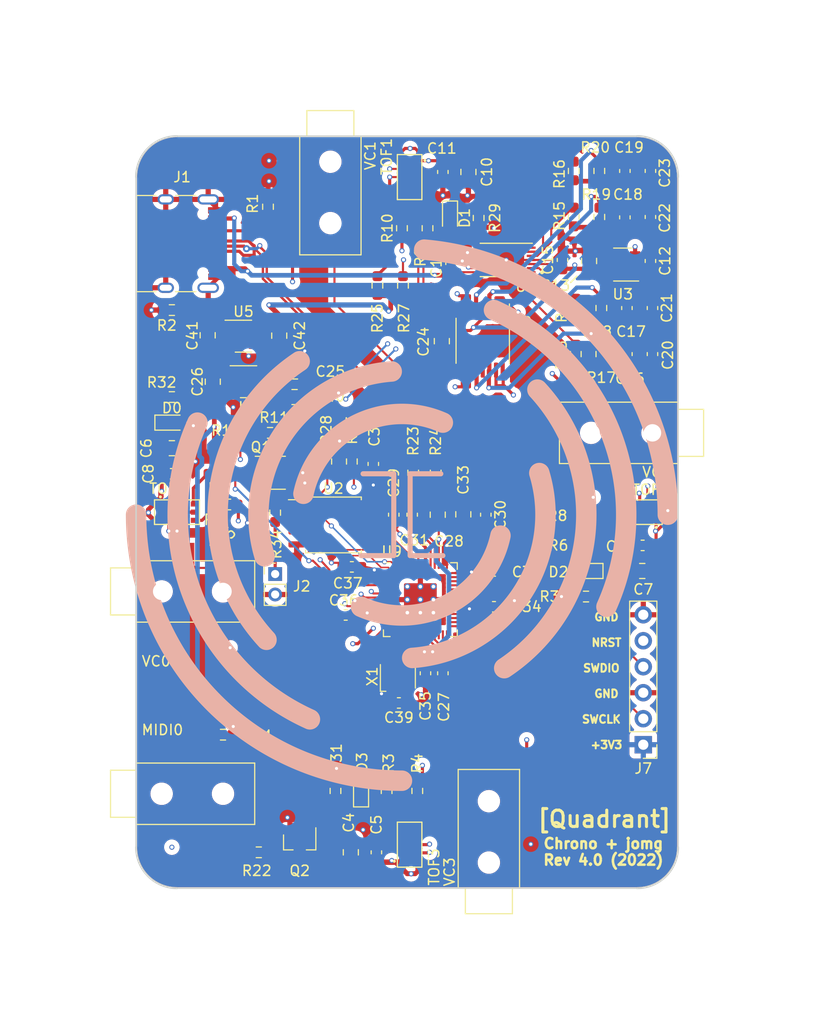
<source format=kicad_pcb>
(kicad_pcb (version 20221018) (generator pcbnew)
  (layers (0 "F.Cu" signal) (1 "In1.Cu" signal) (2 "In2.Cu" signal) (31 "B.Cu" signal) (34 "B.Paste" user) (35 "F.Paste" user) (36 "B.SilkS" user "B.Silkscreen") (37 "F.SilkS" user "F.Silkscreen") (38 "B.Mask" user) (39 "F.Mask" user) (44 "Edge.Cuts" user))
  (net 0 "")
  (net 1 "GND")
  (net 2 "NRST")
  (net 3 "SWDIO")
  (net 4 "SWCLK")
  (net 5 "USB5V")
  (net 6 "+2V8")
  (net 7 "+3V3")
  (net 8 "Net-(U8D-+)")
  (net 9 "Net-(U8C-+)")
  (net 10 "Net-(U8A-+)")
  (net 11 "SCL")
  (net 12 "SDA")
  (net 13 "EN1")
  (net 14 "EN3")
  (net 15 "EN2")
  (net 16 "MIDIO")
  (net 17 "DAC0")
  (net 18 "DAC1")
  (net 19 "DAC2")
  (net 20 "DAC3")
  (net 21 "Net-(U8B-+)")
  (net 22 "4v8")
  (net 23 "GATE1")
  (net 24 "GATE3")
  (net 25 "GATE0")
  (net 26 "GATE2")
  (net 27 "SCL0")
  (net 28 "SDA0")
  (net 29 "SDA1")
  (net 30 "SCL1")
  (net 31 "Net-(C16-Pad2)")
  (net 32 "Net-(C17-Pad2)")
  (net 33 "Net-(C18-Pad2)")
  (net 34 "Net-(C19-Pad2)")
  (net 35 "Net-(U9-VREG_VOUT)")
  (net 36 "Net-(U4-BP)")
  (net 37 "Net-(D0-K)")
  (net 38 "Net-(D1-K)")
  (net 39 "Net-(D2-K)")
  (net 40 "Net-(D3-K)")
  (net 41 "Net-(J1-CC2)")
  (net 43 "Net-(J1-CC1)")
  (net 45 "Net-(J2-Pin_1)")
  (net 46 "unconnected-(MIDI0-PadTN)")
  (net 47 "EN0")
  (net 48 "Net-(Q2-D)")
  (net 49 "Net-(TOF3-~{XSHUT})")
  (net 50 "Net-(TOF3-GPIO1)")
  (net 51 "Net-(TOF0-~{XSHUT})")
  (net 52 "Net-(TOF2-~{XSHUT})")
  (net 53 "Net-(TOF0-GPIO1)")
  (net 54 "Net-(TOF2-GPIO1)")
  (net 55 "Net-(TOF1-~{XSHUT})")
  (net 56 "Net-(TOF1-GPIO1)")
  (net 57 "Net-(U7-DAC0)")
  (net 58 "Net-(U7-DAC1)")
  (net 59 "Net-(U7-DAC2)")
  (net 60 "Net-(U7-DAC3)")
  (net 61 "Net-(U9-USB_DP)")
  (net 62 "Net-(U9-USB_DM)")
  (net 64 "LED0")
  (net 66 "LED1")
  (net 67 "LED2")
  (net 68 "LED3")
  (net 72 "unconnected-(U9-GPIO15-Pad18)")
  (net 73 "/mcu/SPISS")
  (net 74 "/mcu/SPID3")
  (net 75 "/mcu/SPISCLK")
  (net 76 "/mcu/SPID0")
  (net 77 "/mcu/SPID2")
  (net 78 "/mcu/SPID1")
  (net 79 "USBD+")
  (net 80 "USBD-")
  (net 82 "Net-(U9-XIN)")
  (net 85 "Net-(MIDI0-PadT)")
  (net 87 "Net-(MIDI0-PadR)")
  (footprint "quadrant:PJ-327C-4A" (layer "F.Cu") (at 4.55 -9.225 180)
    (fp_text reference "MIDI0")
    (fp_text value "AudioJack2_Ground_SwitchT")
  )
  (footprint "Resistor_SMD:R_0603_1608Metric_Pad0.98x0.95mm_HandSolder" (layer "F.Cu") (at 8.5 -15 180)
    (fp_text reference "R21")
    (fp_text value "220")
  )
  (footprint "Resistor_SMD:R_0603_1608Metric_Pad0.98x0.95mm_HandSolder" (layer "F.Cu") (at 12 -3.5)
    (fp_text reference "R22")
    (fp_text value "220")
  )
  (footprint "Capacitor_SMD:C_0603_1608Metric_Pad1.08x0.95mm_HandSolder" (layer "F.Cu") (at 30.8 -61.1 90)
    (fp_text reference "C14")
    (fp_text value "0.1 uF")
  )
  (footprint "Capacitor_SMD:C_0603_1608Metric_Pad1.08x0.95mm_HandSolder" (layer "F.Cu") (at 48 -52.2 -90)
    (fp_text reference "C16")
    (fp_text value "0.1 uF")
  )
  (footprint "Capacitor_SMD:C_0603_1608Metric_Pad1.08x0.95mm_HandSolder" (layer "F.Cu") (at 48 -56.7 -90)
    (fp_text reference "C17")
    (fp_text value "0.1 uF")
  )
  (footprint "Capacitor_SMD:C_0603_1608Metric_Pad1.08x0.95mm_HandSolder" (layer "F.Cu") (at 50.5 -52.2 90)
    (fp_text reference "C20")
    (fp_text value "0.1 uF")
  )
  (footprint "Capacitor_SMD:C_0603_1608Metric_Pad1.08x0.95mm_HandSolder" (layer "F.Cu") (at 50.5 -56.7 90)
    (fp_text reference "C21")
    (fp_text value "0.1 uF")
  )
  (footprint "Capacitor_SMD:C_0603_1608Metric_Pad1.08x0.95mm_HandSolder" (layer "F.Cu") (at 30 -21 90)
    (fp_text reference "C27")
    (fp_text value "0.1 uF")
  )
  (footprint "Capacitor_SMD:C_0805_2012Metric_Pad1.18x1.45mm_HandSolder" (layer "F.Cu") (at 29.5 -36.5 -90)
    (fp_text reference "C28")
    (fp_text value "1 uF")
  )
  (footprint "Capacitor_SMD:C_0603_1608Metric_Pad1.08x0.95mm_HandSolder" (layer "F.Cu") (at 25.2 -36.5 -90)
    (fp_text reference "C29")
    (fp_text value "0.1 uF")
  )
  (footprint "Capacitor_SMD:C_0603_1608Metric_Pad1.08x0.95mm_HandSolder" (layer "F.Cu") (at 34.2 -36.5 -90)
    (fp_text reference "C30")
    (fp_text value "0.1 uF")
  )
  (footprint "Capacitor_SMD:C_0603_1608Metric_Pad1.08x0.95mm_HandSolder" (layer "F.Cu") (at 27 -36.5 -90)
    (fp_text reference "C31")
    (fp_text value "0.1 uF")
  )
  (footprint "Capacitor_SMD:C_0805_2012Metric_Pad1.18x1.45mm_HandSolder" (layer "F.Cu") (at 32 -36.5375 -90)
    (fp_text reference "C33")
    (fp_text value "1 uF")
  )
  (footprint "Capacitor_SMD:C_0603_1608Metric_Pad1.08x0.95mm_HandSolder" (layer "F.Cu") (at 35 -27.5 180)
    (fp_text reference "C34")
    (fp_text value "0.1 uF")
  )
  (footprint "Capacitor_SMD:C_0603_1608Metric_Pad1.08x0.95mm_HandSolder" (layer "F.Cu") (at 20.5 -26.7)
    (fp_text reference "C36")
    (fp_text value "0.1 uF")
  )
  (footprint "Capacitor_SMD:C_0603_1608Metric_Pad1.08x0.95mm_HandSolder" (layer "F.Cu") (at 21.1 -31.4)
    (fp_text reference "C37")
    (fp_text value "0.1 uF")
  )
  (footprint "LED_SMD:LED_0603_1608Metric_Pad1.05x0.95mm_HandSolder" (layer "F.Cu") (at 44 -31 180)
    (fp_text reference "D2")
    (fp_text value "LED")
  )
  (footprint "LED_SMD:LED_0603_1608Metric_Pad1.05x0.95mm_HandSolder" (layer "F.Cu") (at 3.5 -45.5)
    (fp_text reference "D0")
    (fp_text value "LED")
  )
  (footprint "quadrant:PJ-327C-4A" (layer "F.Cu") (at 4.55 -29 180)
    (fp_text reference "VC0")
    (fp_text value "AudioJack2_Ground_SwitchT")
  )
  (footprint "quadrant:PJ-327C-4A" (layer "F.Cu") (at 19 -68.95 90)
    (fp_text reference "VC1")
    (fp_text value "AudioJack2_Ground_SwitchT")
  )
  (footprint "Connector_PinHeader_2.54mm:PinHeader_1x06_P2.54mm_Vertical" (layer "F.Cu") (at 49.6 -14.02 180)
    (fp_text reference "J7")
    (fp_text value "Conn_01x06")
  )
  (footprint "Resistor_SMD:R_0603_1608Metric_Pad0.98x0.95mm_HandSolder" (layer "F.Cu") (at 8.8 -43.3)
    (fp_text reference "R12")
    (fp_text value "4.7k")
  )
  (footprint "Resistor_SMD:R_0603_1608Metric_Pad0.98x0.95mm_HandSolder" (layer "F.Cu") (at 43 -52.2 -90)
    (fp_text reference "R13")
    (fp_text value "1k")
  )
  (footprint "Resistor_SMD:R_0603_1608Metric_Pad0.98x0.95mm_HandSolder" (layer "F.Cu") (at 43 -56.7 -90)
    (fp_text reference "R14")
    (fp_text value "1k")
  )
  (footprint "Resistor_SMD:R_0603_1608Metric_Pad0.98x0.95mm_HandSolder" (layer "F.Cu") (at 45.5 -52.2 90)
    (fp_text reference "R17")
    (fp_text value "1k")
  )
  (footprint "Resistor_SMD:R_0603_1608Metric_Pad0.98x0.95mm_HandSolder" (layer "F.Cu") (at 27.1 -40.6 90)
    (fp_text reference "R23")
    (fp_text value "27")
  )
  (footprint "Resistor_SMD:R_0603_1608Metric_Pad0.98x0.95mm_HandSolder" (layer "F.Cu") (at 29.3 -40.6 90)
    (fp_text reference "R24")
    (fp_text value "27")
  )
  (footprint "quadrant:SENSOR_VL53L0X" (layer "F.Cu") (at 26.75 -4.25 90)
    (fp_text reference "TOF3")
    (fp_text value "VL53L0X")
  )
  (footprint "quadrant:SENSOR_VL53L0X" (layer "F.Cu") (at 4 -36.75)
    (fp_text reference "TOF0")
    (fp_text value "VL53L0X")
  )
  (footprint "quadrant:SENSOR_VL53L0X" (layer "F.Cu") (at 49.25 -36.75 180)
    (fp_text reference "TOF2")
    (fp_text value "VL53L0X")
  )
  (footprint "quadrant:SENSOR_VL53L0X" (layer "F.Cu") (at 26.75 -69.5 -90)
    (fp_text reference "TOF1")
    (fp_text value "VL53L0X")
  )
  (footprint "quadrant:SON40P300X500X80-15N" (layer "F.Cu") (at 36.2 -61.4 180)
    (fp_text reference "U7")
    (fp_text value "DS3911")
  )
  (footprint "RP2040_minimal:RP2040-QFN-56" (layer "F.Cu") (at 27.8 -28.2)
    (fp_text reference "U9")
    (fp_text value "RP2040")
  )
  (footprint "Resistor_SMD:R_0603_1608Metric_Pad0.98x0.95mm_HandSolder" (layer "F.Cu") (at 12.9 -66.6 -90)
    (fp_text reference "R1")
    (fp_text value "5.1k")
  )
  (footprint "Resistor_SMD:R_0603_1608Metric_Pad0.98x0.95mm_HandSolder" (layer "F.Cu") (at 3.5 -56.5)
    (fp_text reference "R2")
    (fp_text value "5.1k")
  )
  (footprint "Resistor_SMD:R_0603_1608Metric_Pad0.98x0.95mm_HandSolder" (layer "F.Cu") (at 24.5 -9.5 -90)
    (fp_text reference "R3")
    (fp_text value "10k")
  )
  (footprint "Resistor_SMD:R_0603_1608Metric_Pad0.98x0.95mm_HandSolder" (layer "F.Cu") (at 27.5 -9.5 -90)
    (fp_text reference "R4")
    (fp_text value "10k")
  )
  (footprint "Resistor_SMD:R_0603_1608Metric_Pad0.98x0.95mm_HandSolder" (layer "F.Cu") (at 8 -40.5 180)
    (fp_text reference "R5")
    (fp_text value "10k")
  )
  (footprint "Resistor_SMD:R_0603_1608Metric_Pad0.98x0.95mm_HandSolder" (layer "F.Cu") (at 44 -33.5)
    (fp_text reference "R6")
    (fp_text value "10k")
  )
  (footprint "Resistor_SMD:R_0603_1608Metric_Pad0.98x0.95mm_HandSolder" (layer "F.Cu") (at 44 -36.5)
    (fp_text reference "R8")
    (fp_text value "10k")
  )
  (footprint "Resistor_SMD:R_0603_1608Metric_Pad0.98x0.95mm_HandSolder" (layer "F.Cu") (at 28.5 -64.5 90)
    (fp_text reference "R9")
    (fp_text value "10k")
  )
  (footprint "Resistor_SMD:R_0603_1608Metric_Pad0.98x0.95mm_HandSolder" (layer "F.Cu") (at 26 -64.5 90)
    (fp_text reference "R10")
    (fp_text value "10k")
  )
  (footprint "Resistor_SMD:R_0603_1608Metric_Pad0.98x0.95mm_HandSolder" (layer "F.Cu") (at 13.1 -44.5)
    (fp_text reference "R11")
    (fp_text value "4.7k")
  )
  (footprint "Resistor_SMD:R_0603_1608Metric_Pad0.98x0.95mm_HandSolder" (layer "F.Cu") (at 33.5 -65.5 -90)
    (fp_text reference "R29")
    (fp_text value "10")
  )
  (footprint "Resistor_SMD:R_0603_1608Metric_Pad0.98x0.95mm_HandSolder" (layer "F.Cu") (at 44 -28.5 180)
    (fp_text reference "R30")
    (fp_text value "10")
  )
  (footprint "Resistor_SMD:R_0603_1608Metric_Pad0.98x0.95mm_HandSolder" (layer "F.Cu") (at 19.5 -9.5 90)
    (fp_text reference "R31")
    (fp_text value "10")
  )
  (footprint "Capacitor_SMD:C_0805_2012Metric_Pad1.18x1.45mm_HandSolder" (layer "F.Cu") (at 21 -3.5 -90)
    (fp_text reference "C4")
    (fp_text value "4.7 uF")
  )
  (footprint "Capacitor_SMD:C_0603_1608Metric_Pad1.08x0.95mm_HandSolder" (layer "F.Cu") (at 23.5 -3.5 -90)
    (fp_text reference "C5")
    (fp_text value "0.1 uF")
  )
  (footprint "Capacitor_SMD:C_0805_2012Metric_Pad1.18x1.45mm_HandSolder" (layer "F.Cu") (at 3.5 -43 180)
    (fp_text reference "C6")
    (fp_text value "4.7 uF")
  )
  (footprint "Capacitor_SMD:C_0805_2012Metric_Pad1.18x1.45mm_HandSolder" (layer "F.Cu") (at 49.5 -31)
    (fp_text reference "C7")
    (fp_text value "4.7 uF")
  )
  (footprint "Capacitor_SMD:C_0603_1608Metric_Pad1.08x0.95mm_HandSolder" (layer "F.Cu") (at 3.5 -40.5 180)
    (fp_text reference "C8")
    (fp_text value "0.1 uF")
  )
  (footprint "Capacitor_SMD:C_0603_1608Metric_Pad1.08x0.95mm_HandSolder" (layer "F.Cu") (at 49.5375 -33.5)
    (fp_text reference "C9")
    (fp_text value "0.1 uF")
  )
  (footprint "Capacitor_SMD:C_0805_2012Metric_Pad1.18x1.45mm_HandSolder" (layer "F.Cu") (at 32.5 -70 90)
    (fp_text reference "C10")
    (fp_text value "4.7 uF")
  )
  (footprint "Capacitor_SMD:C_0603_1608Metric_Pad1.08x0.95mm_HandSolder" (layer "F.Cu") (at 30 -70 90)
    (fp_text reference "C11")
    (fp_text value "0.1 uF")
  )
  (footprint "quadrant:PJ-327C-4A" (layer "F.Cu") (at 34.5 -4.55 -90)
    (fp_text reference "VC3")
    (fp_text value "AudioJack2_Ground_SwitchT")
  )
  (footprint "Resistor_SMD:R_0603_1608Metric_Pad0.98x0.95mm_HandSolder" (layer "F.Cu") (at 9 -37.5 180)
    (fp_text reference "R7")
    (fp_text value "10k")
  )
  (footprint "quadrant:PJ-327C-4A" (layer "F.Cu") (at 48.45 -44.5)
    (fp_text reference "VC2")
    (fp_text value "AudioJack2_Ground_SwitchT")
  )
  (footprint "Capacitor_SMD:C_0805_2012Metric_Pad1.18x1.45mm_HandSolder" (layer "F.Cu") (at 29.9 -53.4625 -90)
    (fp_text reference "C24")
    (fp_text value "1 uF")
  )
  (footprint "Package_SO:TSSOP-14_4.4x5mm_P0.65mm" (layer "F.Cu") (at 33.9 -53.5 -90)
    (fp_text reference "U8")
    (fp_text value "TSV994IPT")
  )
  (footprint "Capacitor_SMD:C_0603_1608Metric_Pad1.08x0.95mm_HandSolder" (layer "F.Cu") (at 47.8 -70.1 -90)
    (fp_text reference "C19")
    (fp_text value "0.1 uF")
  )
  (footprint "Capacitor_SMD:C_0603_1608Metric_Pad1.08x0.95mm_HandSolder" (layer "F.Cu") (at 47.8 -65.5625 -90)
    (fp_text reference "C18")
    (fp_text value "0.1 uF")
  )
  (footprint "Capacitor_SMD:C_0603_1608Metric_Pad1.08x0.95mm_HandSolder" (layer "F.Cu") (at 50.3 -65.6 90)
    (fp_text reference "C22")
    (fp_text value "0.1 uF")
  )
  (footprint "Capacitor_SMD:C_0603_1608Metric_Pad1.08x0.95mm_HandSolder" (layer "F.Cu") (at 50.3 -70.1 90)
    (fp_text reference "C23")
    (fp_text value "0.1 uF")
  )
  (footprint "Resistor_SMD:R_0603_1608Metric_Pad0.98x0.95mm_HandSolder" (layer "F.Cu") (at 45.3 -65.6 90)
    (fp_text reference "R19")
    (fp_text value "1k")
  )
  (footprint "Resistor_SMD:R_0603_1608Metric_Pad0.98x0.95mm_HandSolder" (layer "F.Cu") (at 42.8 -70.1 -90)
    (fp_text reference "R16")
    (fp_text value "1k")
  )
  (footprint "Resistor_SMD:R_0603_1608Metric_Pad0.98x0.95mm_HandSolder" (layer "F.Cu") (at 45.3 -70.1 90)
    (fp_text reference "R20")
    (fp_text value "1k")
  )
  (footprint "Resistor_SMD:R_0603_1608Metric_Pad0.98x0.95mm_HandSolder" (layer "F.Cu") (at 42.8 -65.6 -90)
    (fp_text reference "R15")
    (fp_text value "1k")
  )
  (footprint "LED_SMD:LED_0603_1608Metric_Pad1.05x0.95mm_HandSolder" (layer "F.Cu") (at 22 -9.6 90)
    (fp_text reference "D3")
    (fp_text value "LED")
  )
  (footprint "Resistor_SMD:R_0603_1608Metric_Pad0.98x0.95mm_HandSolder" (layer "F.Cu") (at 3.5 -48)
    (fp_text reference "R32")
    (fp_text value "10")
  )
  (footprint "Capacitor_SMD:C_0603_1608Metric_Pad1.08x0.95mm_HandSolder" (layer "F.Cu") (at 50.3 -61.3 -90)
    (fp_text reference "C12")
    (fp_text value "0.1 uF")
  )
  (footprint "Capacitor_SMD:C_0805_2012Metric_Pad1.18x1.45mm_HandSolder" (layer "F.Cu") (at 44.3 -61.3 90)
    (fp_text reference "C13")
    (fp_text value "1 uF")
  )
  (footprint "Capacitor_SMD:C_0603_1608Metric_Pad1.08x0.95mm_HandSolder" (layer "F.Cu") (at 41.7 -61.4 90)
    (fp_text reference "C15")
    (fp_text value "0.1 uF")
  )
  (footprint "Capacitor_SMD:C_0603_1608Metric_Pad1.08x0.95mm_HandSolder" (layer "F.Cu") (at 23.2 -41.4625 -90)
    (fp_text reference "C38")
    (fp_text value "0.1 uF")
  )
  (footprint "Resistor_SMD:R_0603_1608Metric_Pad0.98x0.95mm_HandSolder" (layer "F.Cu") (at 13.6 -36.7 -90)
    (fp_text reference "R34")
    (fp_text value "1k")
  )
  (footprint "Package_SO:SOIC-8_5.23x5.23mm_P1.27mm" (layer "F.Cu") (at 19.3 -35.5)
    (fp_text reference "U2")
    (fp_text value "W25Q128JVS")
  )
  (footprint "Resistor_SMD:R_0603_1608Metric_Pad0.98x0.95mm_HandSolder" (layer "F.Cu") (at 11.9 -36.7 90)
    (fp_text reference "R35")
    (fp_text value "DNP")
  )
  (footprint "Resistor_SMD:R_0603_1608Metric_Pad0.98x0.95mm_HandSolder" (layer "F.Cu") (at 26.1 -58.9 90)
    (fp_text reference "R27")
    (fp_text value "2k")
  )
  (footprint "Resistor_SMD:R_0603_1608Metric_Pad0.98x0.95mm_HandSolder" (layer "F.Cu") (at 18.6 -41.7 90)
    (fp_text reference "R28")
    (fp_text value "4.7k")
  )
  (footprint "Resistor_SMD:R_0603_1608Metric_Pad0.98x0.95mm_HandSolder" (layer "F.Cu") (at 21.1 -41.7 90)
    (fp_text reference "R26")
    (fp_text value "4.7k")
  )
  (footprint "Resistor_SMD:R_0603_1608Metric_Pad0.98x0.95mm_HandSolder" (layer "F.Cu") (at 23.6 -58.9 90)
    (fp_text reference "R25")
    (fp_text value "2k")
  )
  (footprint "Package_TO_SOT_SMD:SOT-23-6_Handsoldering" (layer "F.Cu") (at 13.7 -40.6)
    (fp_text reference "Q1")
    (fp_text value "DMN601DMK-7")
  )
  (footprint "Capacitor_SMD:C_0603_1608Metric_Pad1.08x0.95mm_HandSolder" (layer "F.Cu") (at 25.7 -18.1 180)
    (fp_text reference "C39")
    (fp_text value "10 nF")
  )
  (footprint "Oscillator:Oscillator_SMD_Kyocera_KC2520Z-4Pin_2.5x2.0mm" (layer "F.Cu") (at 25.6 -20.7 90)
    (fp_text reference "X1")
    (fp_text value "XO53")
  )
  (footprint "Connector_PinHeader_2.00mm:PinHeader_1x02_P2.00mm_Vertical" (layer "F.Cu") (at 13.6 -30.7)
    (fp_text reference "J2")
    (fp_text value "Conn_01x02_Male")
  )
  (footprint "Capacitor_SMD:C_0603_1608Metric_Pad1.08x0.95mm_HandSolder" (layer "F.Cu") (at 28.3 -21 90)
    (fp_text reference "C35")
    (fp_text value "0.1 uF")
  )
  (footprint "Capacitor_SMD:C_0603_1608Metric_Pad1.08x0.95mm_HandSolder" (layer "F.Cu") (at 35 -31 180)
    (fp_text reference "C32")
    (fp_text value "0.1 uF")
  )
  (footprint "Resistor_SMD:R_0603_1608Metric_Pad0.98x0.95mm_HandSolder" (layer "F.Cu") (at 45.5 -56.7 90)
    (fp_text reference "R18")
    (fp_text value "1k")
  )
  (footprint "LED_SMD:LED_0603_1608Metric_Pad1.05x0.95mm_HandSolder" (layer "F.Cu") (at 30.7 -65.5 -90)
    (fp_text reference "D1")
    (fp_text value "LED")
  )
  (footprint "quadrant:SOT-25" (layer "F.Cu") (at 47.6 -60.95 180)
    (fp_text reference "U3")
    (fp_text value "VRH4801NTX")
  )
  (footprint "Package_TO_SOT_SMD:SOT-23" (layer "F.Cu") (at 16 -4.5 -90)
    (fp_text reference "Q2")
    (fp_text value "NCE3400")
  )
  (footprint "quadrant:USB_C_Receptacle_HRO_TYPE-C-31-M-12" (layer "F.Cu") (at 2.9 -63 -90)
    (fp_text reference "J1")
    (fp_text value "USB_C_Receptacle_USB2.0")
  )
  (footprint "Package_TO_SOT_SMD:SOT-23-5" (layer "F.Cu") (at 10.5 -53.95)
    (fp_text reference "U5")
    (fp_text value "LP5907MFX-2.8_NOPB")
  )
  (footprint "Package_TO_SOT_SMD:SOT-23-5" (layer "F.Cu") (at 11 -49.5)
    (fp_text reference "U4")
    (fp_text value "RT9193-33GB")
  )
  (footprint "Capacitor_SMD:C_0805_2012Metric_Pad1.18x1.45mm_HandSolder" (layer "F.Cu") (at 15.5 -48)
    (fp_text reference "C40")
    (fp_text value "22nF")
  )
  (footprint "Capacitor_SMD:C_0805_2012Metric_Pad1.18x1.45mm_HandSolder" (layer "F.Cu") (at 7 -54.0375 -90)
    (fp_text reference "C41")
    (fp_text value "1 uF")
  )
  (footprint "Capacitor_SMD:C_0805_2012Metric_Pad1.18x1.45mm_HandSolder" (layer "F.Cu") (at 7.5 -49.5 90)
    (fp_text reference "C26")
    (fp_text value "1 uF")
  )
  (footprint "Capacitor_SMD:C_0805_2012Metric_Pad1.18x1.45mm_HandSolder" (layer "F.Cu") (at 15.5375 -50.5)
    (fp_text reference "C25")
    (fp_text value "1 uF")
  )
  (footprint "Capacitor_SMD:C_0805_2012Metric_Pad1.18x1.45mm_HandSolder" (layer "F.Cu") (at 14 -54 -90)
    (fp_text reference "C42")
    (fp_text value "1 uF")
  )
  (gr_arc (start 35 -56.5) (mid 46.506097 -44.278175) (end 46 -27.5) (stroke (width 2)) (layer "B.SilkS"))
  (gr_arc (start 39.246857 -48.727869) (mid 43.90093 -34.365358) (end 36 -21.5) (stroke (width 2)) (layer "B.SilkS"))
  (gr_arc (start 39.432435 -40.570589) (mid 37.563319 -28.54452) (end 27 -22.5) (stroke (width 2)) (layer "B.SilkS"))
  (gr_arc (start 17 -16.5) (mid 5.493903 -28.721825) (end 6 -45.5) (stroke (width 2)) (layer "B.SilkS"))
  (gr_arc (start 12.753143 -24.272131) (mid 8.09907 -38.634642) (end 16 -51.5) (stroke (width 2)) (layer "B.SilkS"))
  (gr_arc (start 12.567565 -32.429411) (mid 14.436681 -44.45548) (end 25 -50.5) (stroke (width 2)) (layer "B.SilkS"))
  (gr_arc (start 35.634357 -34.455697) (mid 30.475704 -27.726854) (end 22 -27.5) (stroke (width 2)) (layer "B.SilkS"))
  (gr_arc (start 16.365643 -38.544303) (mid 21.524296 -45.273146) (end 30 -45.5) (stroke (width 2)) (layer "B.SilkS"))
  (gr_line (start 26.8 -32.5) (end 26.8 -40.5) (stroke (width 0.5)) (layer "B.SilkS"))
  (gr_line (start 26.8 -40.5) (end 29.8 -40.5) (stroke (width 0.5)) (layer "B.SilkS"))
  (gr_line (start 30 -32.5) (end 27 -32.5) (stroke (width 0.5)) (layer "B.SilkS"))
  (gr_line (start 25.2 -40.5) (end 25.2 -32.5) (stroke (width 0.5)) (layer "B.SilkS"))
  (gr_line (start 22.2 -40.5) (end 25.2 -40.5) (stroke (width 0.5)) (layer "B.SilkS"))
  (gr_line (start 25 -32.5) (end 22 -32.5) (stroke (width 0.5)) (layer "B.SilkS"))
  (gr_arc (start 26 -10.5) (mid 7.615224 -18.115224) (end 0 -36.5) (stroke (width 2)) (layer "B.SilkS"))
  (gr_arc (start 28.175624 -62.408814) (mid 45.138524 -54.098775) (end 52 -36.5) (stroke (width 2)) (layer "B.SilkS"))
  (gr_line (start 42.5 -59.2) (end 43.1 -59.8) (stroke (width 0.15)) (layer "F.SilkS"))
  (gr_arc (start 4 0) (mid 1.171573 -1.171573) (end 0 -4) (stroke (width 0.2)) (layer "Edge.Cuts"))
  (gr_line (start 0 -69.5) (end 0 -4) (stroke (width 0.15)) (layer "Edge.Cuts"))
  (gr_line (start 4 -73.5) (end 49 -73.5) (stroke (width 0.15)) (layer "Edge.Cuts"))
  (gr_arc (start 0 -69.5) (mid 1.171573 -72.328427) (end 4 -73.5) (stroke (width 0.2)) (layer "Edge.Cuts"))
  (gr_line (start 4 0) (end 49 0) (stroke (width 0.15)) (layer "Edge.Cuts"))
  (gr_arc (start 49 -73.5) (mid 51.828427 -72.328427) (end 53 -69.5) (stroke (width 0.2)) (layer "Edge.Cuts"))
  (gr_arc (start 53 -4) (mid 51.828427 -1.171573) (end 49 0) (stroke (width 0.2)) (layer "Edge.Cuts"))
  (gr_line (start 53 -69.5) (end 53 -4) (stroke (width 0.15)) (layer "Edge.Cuts"))
  (gr_text "SWDIO" (at 45.5 -21.5) (layer "F.SilkS") (effects (font (size 0.762 0.762) (thickness 0.1905))))
  (gr_text "GND" (at 46 -26.5) (layer "F.SilkS") (effects (font (size 0.762 0.762) (thickness 0.1905))))
  (gr_text "GND" (at 46 -19) (layer "F.SilkS") (effects (font (size 0.762 0.762) (thickness 0.1905))))
  (gr_text "SWCLK" (at 45.5 -16.5) (layer "F.SilkS") (effects (font (size 0.762 0.762) (thickness 0.1905))))
  (gr_text "+3V3" (at 46 -14) (layer "F.SilkS") (effects (font (size 0.762 0.762) (thickness 0.1905))))
  (gr_text "NRST" (at 46 -24) (layer "F.SilkS") (effects (font (size 0.762 0.762) (thickness 0.1905))))
  (gr_text "[Quadrant]" (at 45.8 -6.75) (layer "F.SilkS") (effects (font (size 1.6 1.6) (thickness 0.3))))
  (gr_text "Chrono + jomg\nRev 4.0 (2022)" (at 45.7 -3.55) (layer "F.SilkS") (effects (font (size 1 1) (thickness 0.25))))
  (segment (start 36.2 -61.4) (end 36.2 -61.4) (width 0.2032) (layer "F.Cu") (net 1))
  (segment (start 42.9625 -62.2625) (end 44.225 -62.2625) (width 0.4064) (layer "F.Cu") (net 1))
  (segment (start 23.5 -4.5375) (end 21 -4.5375) (width 0.3048) (layer "F.Cu") (net 1))
  (segment (start 48.5 -33.5) (end 48.5 -35.9) (width 0.3048) (layer "F.Cu") (net 1))
  (segment (start 14 -52.9625) (end 13.9625 -52.9625) (width 0.508) (layer "F.Cu") (net 1))
  (segment (start 50.601358 -36.75) (end 50.05 -36.198642) (width 0.3048) (layer "F.Cu") (net 1))
  (segment (start 19.8375 -31.8) (end 20.2375 -31.4) (width 0.2032) (layer "F.Cu") (net 1))
  (segment (start 38.635 -61.4) (end 40.6625 -61.4) (width 0.2032) (layer "F.Cu") (net 1))
  (segment (start 47.8 -71.1375) (end 48.225 -71.1375) (width 0.3048) (layer "F.Cu") (net 1))
  (segment (start 50.85 -36.75) (end 50.601358 -36.75) (width 0.3048) (layer "F.Cu") (net 1))
  (segment (start 4.5375 -40.5) (end 4.5375 -37.5375) (width 0.3048) (layer "F.Cu") (net 1))
  (segment (start 19.1 -31.8) (end 19.8375 -31.8) (width 0.2032) (layer "F.Cu") (net 1))
  (segment (start 26.75 -67.9) (end 26.75 -68.4548) (width 0.3048) (layer "F.Cu") (net 1))
  (segment (start 48.5 -35.9) (end 48.45 -35.95) (width 0.3048) (layer "F.Cu") (net 1))
  (segment (start 23.5 -4.5375) (end 25.6625 -4.5375) (width 0.3048) (layer "F.Cu") (net 1))
  (segment (start 5.6 -36.75) (end 5.0452 -36.75) (width 0.3048) (layer "F.Cu") (net 1))
  (segment (start 37 -28.1) (end 36.8 -27.9) (width 0.4064) (layer "F.Cu") (net 1))
  (segment (start 26.9952 -70.3) (end 27.55 -70.3) (width 0.3048) (layer "F.Cu") (net 1))
  (segment (start 41.7 -62.2625) (end 42.9625 -62.2625) (width 0.4064) (layer "F.Cu") (net 1))
  (segment (start 50.075 -55.6625) (end 48 -57.7375) (width 0.3048) (layer "F.Cu") (net 1))
  (segment (start 26.75 -3.2048) (end 26.5048 -3.45) (width 0.3048) (layer "F.Cu") (net 1))
  (segment (start 26.75 -70.5452) (end 26.9952 -70.3) (width 0.3048) (layer "F.Cu") (net 1))
  (segment (start 2.4 -36.75) (end 2.9548 -36.75) (width 0.3048) (layer "F.Cu") (net 1))
  (segment (start 25.6625 -4.5375) (end 25.95 -4.25) (width 0.3048) (layer "F.Cu") (net 1))
  (segment (start 48.8 -60.95) (end 49.7875 -60.95) (width 0.4064) (layer "F.Cu") (net 1))
  (segment (start 7.945 -59.75) (end 7.945 -59.595) (width 0.4064) (layer "F.Cu") (net 1))
  (segment (start 7.945 -66.405) (end 7.03 -67.32) (width 0.4064) (layer "F.Cu") (net 1))
  (segment (start 50.5 -55.6625) (end 50.075 -55.6625) (width 0.3048) (layer "F.Cu") (net 1))
  (segment (start 44.225 -62.2625) (end 44.3 -62.3375) (width 0.4064) (layer "F.Cu") (net 1))
  (segment (start 3.2 -37.55) (end 4.8 -37.55) (width 0.3048) (layer "F.Cu") (net 1))
  (segment (start 47.65 -36.75) (end 48.2048 -36.75) (width 0.3048) (layer "F.Cu") (net 1))
  (segment (start 32.387742 -62.1375) (end 32.40631 -62.118932) (width 0.4064) (layer "F.Cu") (net 1))
  (segment (start 48.2048 -36.75) (end 48.45 -36.5048) (width 0.3048) (layer "F.Cu") (net 1))
  (segment (start 29.5 -38) (end 31.5 -40) (width 0.508) (layer "F.Cu") (net 1))
  (segment (start 26.75 -68.4548) (end 26.9952 -68.7) (width 0.3048) (layer "F.Cu") (net 1))
  (segment (start 26.75 -5.85) (end 26.75 -5.2952) (width 0.3048) (layer "F.Cu") (net 1))
  (segment (start 2.9548 -36.75) (end 3.2 -36.9952) (width 0.3048) (layer "F.Cu") (net 1))
  (segment (start 13.9625 -52.9625) (end 13 -52) (width 0.508) (layer "F.Cu") (net 1))
  (segment (start 32.487378 -62.2) (end 32.40631 -62.118932) (width 0.2032) (layer "F.Cu") (net 1))
  (segment (start 27.8125 -68.9625) (end 27.55 -68.7) (width 0.3048) (layer "F.Cu") (net 1))
  (segment (start 7.945 -66.25) (end 7.945 -66.405) (width 0.4064) (layer "F.Cu") (net 1))
  (segment (start 38.635 -61.4) (end 38.6 -61.4) (width 0.2032) (layer "F.Cu") (net 1))
  (segment (start 48.225 -71.1375) (end 50.3 -69.0625) (width 0.3048) (layer "F.Cu") (net 1))
  (segment (start 26.5048 -5.05) (end 25.95 -5.05) (width 0.3048) (layer "F.Cu") (net 1))
  (segment (start 7.95 -53.95) (end 9.3625 -53.95) (width 0.508) (layer "F.Cu") (net 1))
  (segment (start 26.75 -5.2952) (end 26.5048 -5.05) (width 0.3048) (layer "F.Cu") (net 1))
  (segment (start 48.2625 -66.6) (end 50.3 -64.5625) (width 0.3048) (layer "F.Cu") (net 1))
  (segment (start 32.77249 -52.425) (end 33.9 -51.29749) (width 0.3048) (layer "F.Cu") (net 1))
  (segment (start 50.05 -36.198642) (end 50.05 -35.95) (width 0.3048) (layer "F.Cu") (net 1))
  (segment (start 38.6 -61.4) (end 36.2 -61.4) (width 0.2032) (layer "F.Cu") (net 1))
  (segment (start 26.5048 -3.45) (end 25.95 -3.45) (width 0.3048) (layer "F.Cu") (net 1))
  (segment (start 48.45 -35.95) (end 50.05 -35.95) (width 0.3048) (layer "F.Cu") (net 1))
  (segment (start 33.765 -62.2) (end 32.487378 -62.2) (width 0.2032) (layer "F.Cu") (net 1))
  (segment (start 30.8 -62.1375) (end 32.387742 -62.1375) (width 0.4064) (layer "F.Cu") (net 1))
  (segment (start 32 -38.5) (end 32 -40) (width 0.508) (layer "F.Cu") (net 1))
  (segment (start 26.9952 -68.7) (end 27.55 -68.7) (width 0.3048) (layer "F.Cu") (net 1))
  (segment (start 25.95 -5.05) (end 25.95 -3.45) (width 0.3048) (layer "F.Cu") (net 1))
  (segment (start 33.9 -51.29749) (end 33.9 -50.6375) (width 0.3048) (layer "F.Cu") (net 1))
  (segment (start 9.8625 -49.5) (end 8.5375 -49.5) (width 0.508) (layer "F.Cu") (net 1))
  (segment (start 13 -52) (end 11 -52) (width 0.508) (layer "F.Cu") (net 1))
  (segment (start 49.7875 -60.95) (end 50.3 -60.4375) (width 0.4064) (layer "F.Cu") (net 1))
  (segment (start 36.4 -27.5) (end 36.8 -27.9) (width 0.4064) (layer "F.Cu") (net 1))
  (segment (start 50.5 -51.1625) (end 50.075 -51.1625) (width 0.3048) (layer "F.Cu") (net 1))
  (segment (start 3.2 -36.9952) (end 3.2 -37.55) (width 0.3048) (layer "F.Cu") (net 1))
  (segment (start 34.025 -37.5375) (end 34.2 -37.3625) (width 0.508) (layer "F.Cu") (net 1))
  (segment (start 40.6625 -61.4) (end 41.7 -62.4375) (width 0.2032) (layer "F.Cu") (net 1))
  (segment (start 26.75 -71.1) (end 26.75 -70.5452) (width 0.3048) (layer "F.Cu") (net 1))
  (segment (start 7 -53) (end 7.95 -53.95) (width 0.508) (layer "F.Cu") (net 1))
  (segment (start 29.5 -37.5375) (end 29.5 -38) (width 0.508) (layer "F.Cu") (net 1))
  (segment (start 29.5 -37.5375) (end 34.025 -37.5375) (width 0.508) (layer "F.Cu") (net 1))
  (segment (start 35.8625 -27.5) (end 36.4 -27.5) (width 0.4064) (layer "F.Cu") (net 1))
  (segment (start 33.765 -61.8) (end 33.765 -61.4) (width 0.2032) (layer "F.Cu") (net 1))
  (segment (start 32 -37.575) (end 32 -38.5) (width 0.508) (layer "F.Cu") (net 1))
  (segment (start 48.45 -36.5048) (end 48.45 -35.95) (width 0.3048) (layer "F.Cu") (net 1))
  (segment (start 27.55 -70.3) (end 27.55 -68.7) (width 0.3048) (layer "F.Cu") (net 1))
  (segment (start 8.0375 -48.4625) (end 9.5 -47) (width 0.508) (layer "F.Cu") (net 1))
  (segment (start 7.5 -48.4625) (end 8.0375 -48.4625) (width 0.508) (layer "F.Cu") (net 1))
  (segment (start 5.0452 -36.75) (end 4.8 -36.9952) (width 0.3048) (layer "F.Cu") (net 1))
  (segment (start 29.9 -52.425) (end 32.77249 -52.425) (width 0.3048) (layer "F.Cu") (net 1))
  (segment (start 47.8 -66.6) (end 48.2625 -66.6) (width 0.3048) (layer "F.Cu") (net 1))
  (segment (start 26.75 -2.65) (end 26.75 -3.2048) (width 0.3048) (layer "F.Cu") (net 1))
  (segment (start 50.075 -51.1625) (end 48 -53.2375) (width 0.3048) (layer "F.Cu") (net 1))
  (segment (start 33.765 -61.4) (end 36.2 -61.4) (width 0.2032) (layer "F.Cu") (net 1))
  (segment (start 33.765 -62.2) (end 33.765 -61.8) (width 0.2032) (layer "F.Cu") (net 1))
  (segment (start 4.8 -36.9952) (end 4.8 -37.55) (width 0.3048) (layer "F.Cu") (net 1))
  (segment (start 8.5375 -49.5) (end 7.5 -48.4625) (width 0.508) (layer "F.Cu") (net 1))
  (segment (start 30 -68.9625) (end 27.8125 -68.9625) (width 0.3048) (layer "F.Cu") (net 1))
  (segment (start 7.945 -59.595) (end 7.03 -58.68) (width 0.4064) (layer "F.Cu") (net 1))
  (via (at 9.5 -47) (size 0.5) (drill 0.3) (layers "F.Cu" "B.Cu") (net 1))
  (via (at 22.2 -5.7) (size 0.5) (drill 0.3) (layers "F.Cu" "B.Cu") (net 1))
  (via (at 13 -71.1) (size 0.5) (drill 0.3) (layers "F.Cu" "B.Cu") (net 1))
  (via (at 19.6 -11.7) (size 0.5) (drill 0.3) (layers "F.Cu" "B.Cu") (net 1))
  (via (at 1.5 -56.5) (size 0.5) (drill 0.3) (layers "F.Cu" "B.Cu") (net 1))
  (via (at 14.8 -6.9) (size 0.5) (drill 0.3) (layers "F.Cu" "B.Cu") (net 1))
  (via (at 32.40631 -62.118932) (size 0.5) (drill 0.3) (layers "F.Cu" "B.Cu") (net 1))
  (via (at 38.6 -4.3) (size 0.5) (drill 0.3) (layers "F.Cu" "B.Cu") (net 1))
  (via (at 36.2 -61.4) (size 0.5) (drill 0.3) (layers "F.Cu" "B.Cu") (net 1))
  (via (at 35 -64.5) (size 0.5) (drill 0.3) (layers "F.Cu" "B.Cu") (net 1))
  (via (at 41.6 -28.5) (size 0.5) (drill 0.3) (layers "F.Cu" "B.Cu") (net 1))
  (via (at 11 -52) (size 0.5) (drill 0.3) (layers "F.Cu" "B.Cu") (net 1))
  (via (at 32.4 -67.7) (size 0.5) (drill 0.3) (layers "F.Cu" "B.Cu") (net 1))
  (via (at 19.1 -31.8) (size 0.5) (drill 0.3) (layers "F.Cu" "B.Cu") (net 1))
  (via (at 5.8 -41.7) (size 0.5) (drill 0.3) (layers "F.Cu" "B.Cu") (net 1))
  (via (at 30 -67.7) (size 0.5) (drill 0.3) (layers "F.Cu" "B.Cu") (net 1))
  (via (at 37 -28.1) (size 0.5) (drill 0.3) (layers "F.Cu" "B.Cu") (net 1))
  (via (at 42.9625 -62.2625) (size 0.5) (drill 0.3) (layers "F.Cu" "B.Cu") (net 1))
  (via (at 13 -69.1) (size 0.5) (drill 0.3) (layers "F.Cu" "B.Cu") (net 1))
  (via (at 27.9 -18.9) (size 0.5) (drill 0.3) (layers "F.Cu" "B.Cu") (net 1))
  (segment (start 30.485444 -23.00962) (end 48.23038 -23.00962) (width 0.2032) (layer "F.Cu") (net 3))
  (segment (start 29.2 -24.295064) (end 30.485444 -23.00962) (width 0.2032) (layer "F.Cu") (net 3))
  (segment (start 29.2 -24.7625) (end 29.2 -24.295064) (width 0.2032) (layer "F.Cu") (net 3))
  (segment (start 48.23038 -23.00962) (end 49.6 -21.64) (width 0.2032) (layer "F.Cu") (net 3))
  (segment (start 30.24599 -22.65401) (end 43.50599 -22.65401) (width 0.2032) (layer "F.Cu") (net 4))
  (segment (start 28.8 -24.7625) (end 28.8 -24.1) (width 0.2032) (layer "F.Cu") (net 4))
  (segment (start 28.8 -24.1) (end 30.24599 -22.65401) (width 0.2032) (layer "F.Cu") (net 4))
  (segment (start 43.50599 -22.65401) (end 49.6 -16.56) (width 0.2032) (layer "F.Cu") (net 4))
  (segment (start 9.3625 -54.9) (end 7.175 -54.9) (width 0.508) (layer "F.Cu") (net 5))
  (segment (start 12.2 -44.3) (end 12.19519 -44.30481) (width 0.3048) (layer "F.Cu") (net 5))
  (segment (start 10.9 -60.3) (end 10.65 -60.55) (width 0.4572) (layer "F.Cu") (net 5))
  (segment (start 5.5375 -50.5375) (end 5.5 -50.5) (width 0.508) (layer "F.Cu") (net 5))
  (segment (start 7.65 -45.05) (end 7.6 -45.1) (width 0.4572) (layer "F.Cu") (net 5))
  (segment (start 9.8625 -48.55) (end 10.361868 -48.55) (width 0.508) (layer "F.Cu") (net 5))
  (segment (start 9.3625 -53) (end 9.861868 -53) (width 0.508) (layer "F.Cu") (net 5))
  (segment (start 9.55 -65.45) (end 9.6 -65.5) (width 0.4064) (layer "F.Cu") (net 5))
  (segment (start 5.5 -50.5) (end 5.5 -47.5) (width 0.4572) (layer "F.Cu") (net 5))
  (segment (start 10.361868 -50.45) (end 9.8625 -50.45) (width 0.508) (layer "F.Cu") (net 5))
  (segment (start 29.2 -59.9) (end 30.6375 -59.9) (width 0.4572) (layer "F.Cu") (net 5))
  (segment (start 5.5 -54.5) (end 5.5 -50.5) (width 0.4572) (layer "F.Cu") (net 5))
  (segment (start 10.65 -60.55) (end 10 -60.55) (width 0.4572) (layer "F.Cu") (net 5))
  (segment (start 30.6375 -59.9) (end 30.8 -60.0625) (width 0.4572) (layer "F.Cu") (net 5))
  (segment (start 10.5 -53.638132) (end 10.5 -54.261868) (width 0.508) (layer "F.Cu") (net 5))
  (segment (start 50.0375 -61.9) (end 50.3 -62.1625) (width 0.4064) (layer "F.Cu") (net 5))
  (segment (start 47.6 -60.2936) (end 47.8936 -60) (width 0.4064) (layer "F.Cu") (net 5))
  (segment (start 9.3652 -45.1) (end 8.6 -45.8652) (width 0.3048) (layer "F.Cu") (net 5))
  (segment (start 7.5 -50.5375) (end 9.775 -50.5375) (width 0.508) (layer "F.Cu") (net 5))
  (segment (start 7.175 -54.9) (end 7 -55.075) (width 0.508) (layer "F.Cu") (net 5))
  (segment (start 8.6 -46.95) (end 7.65 -46.95) (width 0.3048) (layer "F.Cu") (net 5))
  (segment (start 10.361868 -48.55) (end 10.9314 -49.119532) (width 0.508) (layer "F.Cu") (net 5))
  (segment (start 9.5 -15.8) (end 9.4125 -15) (width 0.4572) (layer "F.Cu") (net 5))
  (segment (start 48.8 -61.9) (end 50.0375 -61.9) (width 0.4064) (layer "F.Cu") (net 5))
  (segment (start 9.861868 -53) (end 10.5 -53.638132) (width 0.508) (layer "F.Cu") (net 5))
  (segment (start 10 -60.55) (end 9.618999 -60.55) (width 0.4572) (layer "F.Cu") (net 5))
  (segment (start 9.618999 -60.55) (end 9.5 -60.431001) (width 0.4572) (layer "F.Cu") (net 5))
  (segment (start 30.9375 -60.2) (end 30.8 -60.0625) (width 0.2032) (layer "F.Cu") (net 5))
  (segment (start 8.6 -45.8652) (end 8.6 -46.95) (width 0.3048) (layer "F.Cu") (net 5))
  (segment (start 12.19519 -44.30481) (end 11.39519 -44.30481) (width 0.3048) (layer "F.Cu") (net 5))
  (segment (start 10.5 -54.261868) (end 9.861868 -54.9) (width 0.508) (layer "F.Cu") (net 5))
  (segment (start 11.39519 -44.30481) (end 10.6 -45.1) (width 0.3048) (layer "F.Cu") (net 5))
  (segment (start 47.8936 -60) (end 48.8 -60) (width 0.4064) (layer "F.Cu") (net 5))
  (segment (start 7.65 -46.95) (end 7.65 -45.05) (width 0.4572) (layer "F.Cu") (net 5))
  (segment (start 7.945 -65.45) (end 9.55 -65.45) (width 0.4064) (layer "F.Cu") (net 5))
  (segment (start 9.5 -60.431001) (end 9.5 -58.5) (width 0.4572) (layer "F.Cu") (net 5))
  (segment (start 7.5 -50.5375) (end 5.5375 -50.5375) (width 0.508) (layer "F.Cu") (net 5))
  (segment (start 6.05 -46.95) (end 7.65 -46.95) (width 0.4572) (layer "F.Cu") (net 5))
  (segment (start 9.861868 -54.9) (end 9.3625 -54.9) (width 0.508) (layer "F.Cu") (net 5))
  (segment (start 7.65 -45.05) (end 7.65 -43.45) (width 0.4572) (layer "F.Cu") (net 5))
  (segment (start 7.65 -43.45) (end 7.8 -43.3) (width 0.4572) (layer "F.Cu") (net 5))
  (segment (start 10.9314 -49.119532) (end 10.9314 -49.880468) (width 0.508) (layer "F.Cu") (net 5))
  (segment (start 48.8 -61.9) (end 48.259918 -61.9) (width 0.4064) (layer "F.Cu") (net 5))
  (segment (start 33.765 -60.2) (end 30.9375 -60.2) (width 0.2032) (layer "F.Cu") (net 5))
  (segment (start 7.78 -60.55) (end 10 -60.55) (width 0.508) (layer "F.Cu") (net 5))
  (segment (start 9.5 -58.5) (end 5.5 -54.5) (width 0.4572) (layer "F.Cu") (net 5))
  (segment (start 47.6 -61.240082) (end 47.6 -60.2936) (width 0.4064) (layer "F.Cu") (net 5))
  (segment (start 10.9314 -49.880468) (end 10.361868 -50.45) (width 0.508) (layer "F.Cu") (net 5))
  (segment (start 48.259918 -61.9) (end 47.6 -61.240082) (width 0.4064) (layer "F.Cu") (net 5))
  (segment (start 48.8 -62.7) (end 48.8 -61.9) (width 0.4064) (layer "F.Cu") (net 5))
  (segment (start 5.5 -47.5) (end 6.05 -46.95) (width 0.4572) (layer "F.Cu") (net 5))
  (segment (start 10.6 -45.1) (end 9.3652 -45.1) (width 0.3048) (layer "F.Cu") (net 5))
  (segment (start 9.775 -50.5375) (end 9.8625 -50.45) (width 0.508) (layer "F.Cu") (net 5))
  (via (at 48.8 -62.7) (size 0.5) (drill 0.3) (layers "F.Cu" "B.Cu") (net 5))
  (via (at 7.6 -45.1) (size 0.5) (drill 0.3) (layers "F.Cu" "B.Cu") (net 5))
  (via (at 9.5 -15.8) (size 0.5) (drill 0.3) (layers "F.Cu" "B.Cu") (net 5))
  (via (at 10.9 -60.3) (size 0.5) (drill 0.3) (layers "F.Cu" "B.Cu") (net 5))
  (via (at 9.6 -65.5) (size 0.5) (drill 0.3) (layers "F.Cu" "B.Cu") (net 5))
  (via (at 29.2 -59.9) (size 0.5) (drill 0.3) (layers "F.Cu" "B.Cu") (net 5))
  (segment (start 10.9 -60.3) (end 11.3 -59.9) (width 0.4572) (layer "B.Cu") (net 5))
  (segment (start 6 -19.7) (end 9.5 -16.2) (width 0.4572) (layer "B.Cu") (net 5))
  (segment (start 6 -40.966118) (end 6 -19.7) (width 0.4572) (layer "B.Cu") (net 5))
  (segment (start 7.6 -45.1) (end 6.2 -43.7) (width 0.4572) (layer "B.Cu") (net 5))
  (segment (start 10.3 -60.3) (end 10.9 -60.3) (width 0.4064) (layer "B.Cu") (net 5))
  (segment (start 6.431001 -41.397119) (end 6 -40.966118) (width 0.4572) (layer "B.Cu") (net 5))
  (segment (start 9.5 -16.2) (end 9.5 -15.8) (width 0.4572) (layer "B.Cu") (net 5))
  (segment (start 6.2 -42.233882) (end 6.431001 -42.002881) (width 0.4572) (layer "B.Cu") (net 5))
  (segment (start 9.6 -61) (end 10.3 -60.3) (width 0.4064) (layer "B.Cu") (net 5))
  (segment (start 6.2 -43.7) (end 6.2 -42.233882) (width 0.4572) (layer "B.Cu") (net 5))
  (segment (start 6.431001 -42.002881) (end 6.431001 -41.397119) (width 0.4572) (layer "B.Cu") (net 5))
  (segment (start 11.3 -59.9) (end 29.2 -59.9) (width 0.4572) (layer "B.Cu") (net 5))
  (segment (start 9.6 -65.5) (end 9.6 -61) (width 0.4064) (layer "B.Cu") (net 5))
  (segment (start 24.9 -57.9) (end 24.9 -56.6) (width 0.4572) (layer "F.Cu") (net 6))
  (segment (start 24.9 -56.6) (end 24.7 -56.4) (width 0.4572) (layer "F.Cu") (net 6))
  (segment (start 26.1 -57.9) (end 24.9 -57.9) (width 0.4572) (layer "F.Cu") (net 6))
  (segment (start 24.9 -57.9) (end 23.6 -57.9) (width 0.4572) (layer "F.Cu") (net 6))
  (segment (start 2.4625 -43) (end 2.4625 -40.5) (width 0.4572) (layer "F.Cu") (net 6))
  (segment (start 52 -36.7) (end 52 -36) (width 0.3048) (layer "F.Cu") (net 6))
  (segment (start 25.95 -2.65) (end 23.6875 -2.65) (width 0.3048) (layer "F.Cu") (net 6))
  (segment (start 2.4 -40.4375) (end 2.4625 -40.5) (width 0.3048) (layer "F.Cu") (net 6))
  (segment (start 25.95 -71.1) (end 25.95 -71.95) (width 0.3048) (layer "F.Cu") (net 6))
  (segment (start 26.5452 -1.5) (end 25.95 -2.0952) (width 0.3048) (layer "F.Cu") (net 6))
  (segment (start 50.85 -37.55) (end 51.4048 -37.55) (width 0.3048) (layer "F.Cu") (net 6))
  (segment (start 2.4 -37.55) (end 2.4 -38.8) (width 0.4572) (layer "F.Cu") (net 6))
  (segment (start 27.55 -2.65) (end 27.55 -1.65) (width 0.4572) (layer "F.Cu") (net 6))
  (segment (start 27.55 -71.1) (end 29.9375 -71.1) (width 0.3048) (layer "F.Cu") (net 6))
  (segment (start 2.4625 -40.5) (end 2.4625 -38.8375) (width 0.4572) (layer "F.Cu") (net 6))
  (segment (start 27.3 -1.4) (end 26.5 -1.4) (width 0.4572) (layer "F.Cu") (net 6))
  (segment (start 30 -71.0375) (end 32.5 -71.0375) (width 0.3048) (layer "F.Cu") (net 6))
  (segment (start 29.9375 -71.1) (end 30 -71.0375) (width 0.3048) (layer "F.Cu") (net 6))
  (segment (start 27.55 -72.05) (end 27.55 -71.1) (width 0.3048) (layer "F.Cu") (net 6))
  (segment (start 52 -36) (end 51 -35) (width 0.3048) (layer "F.Cu") (net 6))
  (segment (start 50.85 -35.95) (end 50.85 -33.775) (width 0.3048) (layer "F.Cu") (net 6))
  (segment (start 14 -56) (end 13 -57) (width 0.508) (layer "F.Cu") (net 6))
  (segment (start 26.5 -1.4) (end 25.4 -2.5) (width 0.4572) (layer "F.Cu") (net 6))
  (segment (start 52 -36.9548) (end 52 -36.7) (width 0.3048) (layer "F.Cu") (net 6))
  (segment (start 1.2 -37) (end 2.4625 -38.2625) (width 0.4572) (layer "F.Cu") (net 6))
  (segment (start 25.95 -71.95) (end 26.3 -72.3) (width 0.3048) (layer "F.Cu") (net 6))
  (segment (start 1.75 -35.95) (end 1.2 -36.5) (width 0.4572) (layer "F.Cu") (net 6))
  (segment (start 23.6875 -2.65) (end 23.5 -2.4625) (width 0.3048) (layer "F.Cu") (net 6))
  (segment (start 2.4 -35.95) (end 1.75 -35.95) (width 0.4572) (layer "F.Cu") (net 6))
  (segment (start 10 -35.9) (end 10 -37.5) (width 0.3048) (layer "F.Cu") (net 6))
  (segment (start 26.8 -72.3) (end 27.3 -72.3) (width 0.3048) (layer "F.Cu") (net 6))
  (segment (start 26 -63.5) (end 26 -62.3) (width 0.3048) (layer "F.Cu") (net 6))
  (segment (start 28 -11) (end 28 -12) (width 0.3048) (layer "F.Cu") (net 6))
  (segment (start 27.5 -10.5) (end 28 -11) (width 0.3048) (layer "F.Cu") (net 6))
  (segment (start 1.2 -36.5) (end 1.2 -36.7) (width 0.3048) (layer "F.Cu") (net 6))
  (segment (start 11.6375 -54.9) (end 13.8625 -54.9) (width 0.508) (layer "F.Cu") (net 6))
  (segment (start 27.5 -1.5) (end 26.5452 -1.5) (width 0.3048) (layer "F.Cu") (net 6))
  (segment (start 26.3 -72.3) (end 26.8 -72.3) (width 0.3048) (layer "F.Cu") (net 6))
  (segment (start 52 -36.7) (end 52 -36.9) (width 0.3048) (layer "F.Cu") (net 6))
  (segment (start 51.4048 -37.55) (end 52 -36.9548) (width 0.3048) (layer "F.Cu") (net 6))
  (segment (start 27.55 -1.55) (end 27.5 -1.5) (width 0.3048) (layer "F.Cu") (net 6))
  (segment (start 44.7 -38.3) (end 44.7 -38.2) (width 0.3048) (layer "F.Cu") (net 6))
  (segment (start 25.4 -2.5) (end 23.5375 -2.5) (width 0.4572) (layer "F.Cu") (net 6))
  (segment (start 13.8625 -54.9) (end 14 -55.0375) (width 0.508) (layer "F.Cu") (net 6))
  (segment (start 27.3 -72.3) (end 27.55 -72.05) (width 0.3048) (layer "F.Cu") (net 6))
  (segment (start 14 -55.0375) (end 14 -56) (width 0.508) (layer "F.Cu") (net 6))
  (segment (start 21 -2.4625) (end 23.5 -2.4625) (width 0.3048) (layer "F.Cu") (net 6))
  (segment (start 2.4625 -38.8375) (end 2.5 -38.8) (width 0.4572) (layer "F.Cu") (net 6))
  (segment (start 23.5375 -2.5) (end 23.5 -2.4625) (width 0.4572) (layer "F.Cu") (net 6))
  (segment (start 27.55 -1.65) (end 27.3 -1.4) (width 0.4572) (layer "F.Cu") (net 6))
  (segment (start 27.55 -2.65) (end 27.55 -1.55) (width 0.3048) (layer "F.Cu") (net 6))
  (segment (start 26.5 -1.4) (end 26.9 -1.4) (width 0.3048) (layer "F.Cu") (net 6))
  (segment (start 50.85 -33.775) (end 50.575 -33.5) (width 0.3048) (layer "F.Cu") (net 6))
  (segment (start 50.575 -31.0375) (end 50.5375 -31) (width 0.3048) (layer "F.Cu") (net 6))
  (segment (start 2.4625 -38.2625) (end 2.4625 -43) (width 0.4572) (layer "F.Cu") (net 6))
  (segment (start 44.7 -38.2) (end 43 -36.5) (width 0.3048) (layer "F.Cu") (net 6))
  (segment (start 50.575 -33.5) (end 50.575 -31.0375) (width 0.3048) (layer "F.Cu") (net 6))
  (segment (start 1.2 -36.5) (end 1.2 -37) (width 0.4572) (layer "F.Cu") (net 6))
  (segment (start 25.95 -2.0952) (end 25.95 -2.65) (width 0.3048) (layer "F.Cu") (net 6))
  (segment (start 2.4 -37.55) (end 2.4 -40.4375) (width 0.3048) (layer "F.Cu") (net 6))
  (via (at 50.8 -34.9) (size 0.5) (drill 0.3) (layers "F.Cu" "B.Cu") (net 6))
  (via (at 28.6 -71.1) (size 0.5) (drill 0.3) (layers "F.Cu" "B.Cu") (net 6))
  (via (at 25 -2.7) (size 0.5) (drill 0.3) (layers "F.Cu" "B.Cu") (net 6))
  (via (at 24.7 -56.4) (size 0.5) (drill 0.3) (layers "F.Cu" "B.Cu") (net 6))
  (via (at 44.7 -38.2) (size 0.5) (drill 0.3) (layers "F.Cu" "B.Cu") (net 6))
  (via (at 10 -35.9) (size 0.5) (drill 0.3) (layers "F.Cu" "B.Cu") (net 6))
  (via (at 1.2 -36.7) (size 0.5) (drill 0.3) (layers "F.Cu" "B.Cu") (net 6))
  (via (at 28 -12) (size 0.5) (drill 0.3) (layers "F.Cu" "B.Cu") (net 6))
  (via (at 26.8 -72.3) (size 0.5) (drill 0.3) (layers "F.Cu" "B.Cu") (net 6))
  (via (at 52 -36.9) (size 0.5) (drill 0.3) (layers "F.Cu" "B.Cu") (net 6))
  (via (at 13 -57) (size 0.5) (drill 0.3) (layers "F.Cu" "B.Cu") (net 6))
  (via (at 26 -62.3) (size 0.5) (drill 0.3) (layers "F.Cu" "B.Cu") (net 6))
  (via (at 26.9 -1.4) (size 0.5) (drill 0.3) (layers "F.Cu" "B.Cu") (net 6))
  (via (at 2.5 -38.8) (size 0.5) (drill 0.3) (layers "F.Cu" "B.Cu") (net 6))
  (segment (start 13 -57) (end 24.1 -57) (width 0.508) (layer "B.Cu") (net 6))
  (segment (start 24.1 -57) (end 24.7 -56.4) (width 0.508) (layer "B.Cu") (net 6))
  (segment (start 20.2 -42.7) (end 21.1 -42.7) (width 0.4572) (layer "F.Cu") (net 7))
  (segment (start 18.6 -42.7) (end 20.2 -42.7) (width 0.4572) (layer "F.Cu") (net 7))
  (segment (start 23.2 -39.4) (end 23.2 -37.705) (width 0.4064) (layer "F.Cu") (net 7))
  (segment (start 12.35 -40.6) (end 15.05 -40.6) (width 0.3048) (layer "F.Cu") (net 7))
  (segment (start 21.9625 -31.4) (end 22.4625 -30.9) (width 0.4064) (layer "F.Cu") (net 7))
  (segment (start 30 -33.5) (end 30.2 -33.7) (width 0.2032) (layer "F.Cu") (net 7))
  (segment (start 34.1375 -31) (end 32.9 -31) (width 0.4064) (layer "F.Cu") (net 7))
  (segment (start 28 -24.7625) (end 28 -22.1625) (width 0.2032) (layer "F.Cu") (net 7))
  (segment (start 28 -31.6375) (end 28.4 -31.6375) (width 0.2032) (layer "F.Cu") (net 7))
  (segment (start 30.2 -31.7) (end 30.2 -33.3) (width 0.4064) (layer "F.Cu") (net 7))
  (segment (start 27 -34.600004) (end 27.1 -34.500004) (width 0.4064) (layer "F.Cu") (net 7))
  (segment (start 28.3 -21.8625) (end 28.3 -23) (width 0.4064) (layer "F.Cu") (net 7))
  (segment (start 22.6 -26.9) (end 21.5625 -26.9) (width 0.254) (layer "F.Cu") (net 7))
  (segment (start 24.3625 -27.2) (end 23.5 -27.2) (width 0.254) (layer "F.Cu") (net 7))
  (segment (start 30.2 -33.7) (end 32 -35.5) (width 0.4064) (layer "F.Cu") (net 7))
  (segment (start 28 -22.1625) (end 28.3 -21.8625) (width 0.2032) (layer "F.Cu") (net 7))
  (segment (start 23.2 -40.6) (end 23.2 -39.4) (width 0.4064) (layer "F.Cu") (net 7))
  (segment (start 30 -31.6375) (end 30 -33.5) (width 0.2032) (layer "F.Cu") (net 7))
  (segment (start 30.2 -33.7) (end 30.4 -33.5) (width 0.4064) (layer "F.Cu") (net 7))
  (segment (start 24.037496 -19.0375) (end 24 -19.000004) (width 0.3048) (layer "F.Cu") (net 7))
  (segment (start 32.9 -31) (end 32.8 -30.9) (width 0.4064) (layer "F.Cu") (net 7))
  (segment (start 10.9875 -35.7875) (end 10.9 -35.7) (width 0.4064) (layer "F.Cu") (net 7))
  (segment (start 11.9 -35.7875) (end 10.9875 -35.7875) (width 0.4064) (layer "F.Cu") (net 7))
  (segment (start 28.3 -33.300004) (end 27.1 -34.500004) (width 0.3048) (layer "F.Cu") (net 7))
  (segment (start 23.2 -26.9) (end 22.6 -26.9) (width 0.254) (layer "F.Cu") (net 7))
  (segment (start 31.2375 -30.8) (end 33.7625 -30.8) (width 0.254) (layer "F.Cu") (net 7))
  (segment (start 28.3 -31.7) (end 28.3 -33.300004) (width 0.3048) (layer "F.Cu") (net 7))
  (segment (start 16.3 -40.6) (end 15.05 -40.6) (width 0.4572) (layer "F.Cu") (net 7))
  (segment (start 24.8375 -19.8125) (end 24.675 -19.975) (width 0.3048) (layer "F.Cu") (net 7))
  (segment (start 21.5625 -26.9) (end 21.5375 -26.925) (width 0.254) (layer "F.Cu") (net 7))
  (segment (start 32 -35.5) (end 34.0625 -35.5) (width 0.2032) (layer "F.Cu") (net 7))
  (segment (start 33.7625 -30.8) (end 33.9625 -31) (width 0.254) (layer "F.Cu") (net 7))
  (segment (start 24.8375 -18.1) (end 24.8375 -19.0375) (width 0.3048) (layer "F.Cu") (net 7))
  (segment (start 24.8375 -19.0375) (end 24.037496 -19.0375) (width 0.3048) (layer "F.Cu") (net 7))
  (segment (start 24.3625 -30.8) (end 23.7625 -30.8) (width 0.2032) (layer "F.Cu") (net 7))
  (segment (start 22.4625 -30.9) (end 24.2625 -30.9) (width 0.4064) (layer "F.Cu") (net 7))
  (segment (start 34.0625 -35.5) (end 34.2 -35.6375) (width 0.2032) (layer "F.Cu") (net 7))
  (segment (start 23.2 -37.705) (end 22.9 -37.405) (width 0.4064) (layer "F.Cu") (net 7))
  (segment (start 24.675 -21.425) (end 24.675 -19.975) (width 0.3048) (layer "F.Cu") (net 7))
  (segment (start 33.9375 -27.3) (end 34.1375 -27.5) (width 0.254) (layer "F.Cu") (net 7))
  (segment (start 23.5 -27.2) (end 23.2 -26.9) (width 0.254) (layer "F.Cu") (net 7))
  (segment (start 27 -35.6375) (end 27 -34.600004) (width 0.4064) (layer "F.Cu") (net 7))
  (segment (start 14.5 -50.5) (end 16.5 -52.5) (width 0.508) (layer "F.Cu") (net 7))
  (segment (start 19.9 -42.7) (end 20.2 -42.7) (width 0.4572) (layer "F.Cu") (net 7))
  (segment (start 19.9 -43.7) (end 19.9 -42.7) (width 0.4572) (layer "F.Cu") (net 7))
  (segment (start 23.3 -31.1) (end 21.9625 -31.4) (width 0.4064) (layer "F.Cu") (net 7))
  (segment (start 34.1375 -27.5) (end 32.8 -27.5) (width 0.4064) (layer "F.Cu") (net 7))
  (segment (start 30.4 -31.6375) (end 30.2625 -31.6375) (width 0.3048) (layer "F.Cu") (net 7))
  (segment (start 14.45 -50.45) (end 14.5 -50.5) (width 0.508) (layer "F.Cu") (net 7))
  (segment (start 31.840858 -27.3) (end 33.9375 -27.3) (width 0.254) (layer "F.Cu") (net 7))
  (segment (start 12.1375 -50.45) (end 14.45 -50.45) (width 0.508) (layer "F.Cu") (net 7))
  (segment (start 30.2 -33.3) (end 30.4 -33.5) (width 0.4064) (layer "F.Cu") (net 7))
  (segment (start 31.2375 -27.2) (end 31.740858 -27.2) (width 0.254) (layer "F.Cu") (net 7))
  (segment (start 21.5375 -26.925) (end 21.3625 -26.7) (width 0.254) (layer "F.Cu") (net 7))
  (segment (start 30.2625 -31.6375) (end 30.2 -31.7) (width 0.3048) (layer "F.Cu") (net 7))
  (segment (start 32.8 -27.5) (end 32.6 -27.3) (width 0.4064) (layer "F.Cu") (net 7))
  (segment (start 24.8375 -19.0375) (end 24.8375 -19.8125) (width 0.3048) (layer "F.Cu") (net 7))
  (segment (start 31.740858 -27.2) (end 31.840858 -27.3) (width 0.254) (layer "F.Cu") (net 7))
  (via (at 24 -19.000004) (size 0.5) (drill 0.3) (layers "F.Cu" "B.Cu") (net 7))
  (via (at 23.2 -39.4) (size 0.5) (drill 0.3) (layers "F.Cu" "B.Cu") (net 7))
  (via (at 23.3 -31.1) (size 0.5) (drill 0.3) (layers "F.Cu" "B.Cu") (net 7))
  (via (at 32.8 -30.9) (size 0.5) (drill 0.3) (layers "F.Cu" "B.Cu") (net 7))
  (via (at 16.3 -40.6) (size 0.5) (drill 0.3) (layers "F.Cu" "B.Cu") (net 7))
  (via (at 30.4 -33.5) (size 0.5) (drill 0.3) (layers "F.Cu" "B.Cu") (net 7))
  (via (at 10.9 -35.7) (size 0.5) (drill 0.3) (layers "F.Cu" "B.Cu") (net 7))
  (via (at 22.6 -26.9) (size 0.5) (drill 0.3) (layers "F.Cu" "B.Cu") (net 7))
  (via (at 32.6 -27.3) (size 0.5) (drill 0.3) (layers "F.Cu" "B.Cu") (net 7))
  (via (at 16.5 -52.5) (size 0.5) (drill 0.3) (layers "F.Cu" "B.Cu") (net 7))
  (via (at 27.1 -34.500004) (size 0.5) (drill 0.3) (layers "F.Cu" "B.Cu") (net 7))
  (via (at 28.2 -23.1) (size 0.5) (drill 0.3) (layers "F.Cu" "B.Cu") (net 7))
  (via (at 19.9 -43.7) (size 0.5) (drill 0.3) (layers "F.Cu" "B.Cu") (net 7))
  (segment (start 16.5 -47.1) (end 19.9 -43.7) (width 0.508) (layer "B.Cu") (net 7))
  (segment (start 16.5 -52.5) (end 16.5 -47.1) (width 0.508) (layer "B.Cu") (net 7))
  (segment (start 46.50601 -54.20601) (end 49.53149 -54.20601) (width 0.4572) (layer "F.Cu") (net 8))
  (segment (start 34.5 -48.9) (end 34.5 -50.5875) (width 0.4064) (layer "F.Cu") (net 8))
  (segment (start 45.5 -53.2) (end 44.5 -54.2) (width 0.3048) (layer "F.Cu") (net 8))
  (segment (start 49.53149 -54.20601) (end 50.5 -53.2375) (width 0.4572) (layer "F.Cu") (net 8))
  (segment (start 45.5 -53.2) (end 46.50601 -54.20601) (width 0.4572) (layer "F.Cu") (net 8))
  (segment (start 34.5 -50.5875) (end 34.55 -50.6375) (width 0.4064) (layer "F.Cu") (net 8))
  (via (at 34.5 -48.9) (size 0.5) (drill 0.3) (layers "F.Cu" "B.Cu") (net 8))
  (via (at 44.5 -54.2) (size 0.5) (drill 0.3) (layers "F.Cu" "B.Cu") (net 8))
  (segment (start 44.5 -54.2) (end 41.8 -54.2) (width 0.4064) (layer "B.Cu") (net 8))
  (segment (start 41.8 -54.2) (end 36.5 -48.9) (width 0.4064) (layer "B.Cu") (net 8))
  (segment (start 36.5 -48.9) (end 34.5 -48.9) (width 0.4064) (layer "B.Cu") (net 8))
  (segment (start 33.3 -50.5875) (end 33.25 -50.6375) (width 0.4064) (layer "F.Cu") (net 9))
  (segment (start 49.53149 -58.70601) (end 50.5 -57.7375) (width 0.4572) (layer "F.Cu") (net 9))
  (segment (start 45.5 -57.8) (end 44.6 -58.7) (width 0.3048) (layer "F.Cu") (net 9))
  (segment (start 45.5 -57.7) (end 45.5 -57.8) (width 0.3048) (layer "F.Cu") (net 9))
  (segment (start 46.50601 -58.70601) (end 49.53149 -58.70601) (width 0.4572) (layer "F.Cu") (net 9))
  (segment (start 33.3 -48.9) (end 33.3 -50.5875) (width 0.4064) (layer "F.Cu") (net 9))
  (segment (start 45.5 -57.7) (end 46.50601 -58.70601) (width 0.4572) (layer "F.Cu") (net 9))
  (via (at 33.3 -48.9) (size 0.5) (drill 0.3) (layers "F.Cu" "B.Cu") (net 9))
  (via (at 44.6 -58.7) (size 0.5) (drill 0.3) (layers "F.Cu" "B.Cu") (net 9))
  (segment (start 43.1 -58.7) (end 33.3 -48.9) (width 0.4064) (layer "B.Cu") (net 9))
  (segment (start 44.6 -58.7) (end 43.1 -58.7) (width 0.4064) (layer "B.Cu") (net 9))
  (segment (start 45.3 -67.2) (end 45.66851 -67.56851) (width 0.4572) (layer "F.Cu") (net 10))
  (segment (start 45.66851 -67.56851) (end 49.36899 -67.56851) (width 0.4572) (layer "F.Cu") (net 10))
  (segment (start 49.36899 -67.56851) (end 50.3 -66.6375) (width 0.4572) (layer "F.Cu") (net 10))
  (segment (start 34.55 -57.949988) (end 34.900006 -58.299994) (width 0.4064) (layer "F.Cu") (net 10))
  (segment (start 34.55 -56.3625) (end 34.55 -57.949988) (width 0.4064) (layer "F.Cu") (net 10))
  (segment (start 44.900005 -67.599995) (end 44.499995 -67.599995) (width 0.3048) (layer "F.Cu") (net 10))
  (segment (start 45.3 -67.2) (end 44.900005 -67.599995) (width 0.3048) (layer "F.Cu") (net 10))
  (segment (start 45.3 -66.6) (end 45.3 -67.2) (width 0.3048) (layer "F.Cu") (net 10))
  (via (at 44.499995 -67.599995) (size 0.5) (drill 0.3) (layers "F.Cu" "B.Cu") (net 10))
  (via (at 34.900006 -58.299994) (size 0.5) (drill 0.3) (layers "F.Cu" "B.Cu") (net 10))
  (segment (start 44.499995 -67.599995) (end 44.499995 -66.199995) (width 0.4064) (layer "B.Cu") (net 10))
  (segment (start 44.499995 -66.199995) (end 36.599994 -58.299994) (width 0.4064) (layer "B.Cu") (net 10))
  (segment (start 36.599994 -58.299994) (end 34.900006 -58.299994) (width 0.4064) (layer "B.Cu") (net 10))
  (segment (start 10.2 -41.9) (end 10.2 -42.9) (width 0.2032) (layer "F.Cu") (net 11))
  (segment (start 32.5 -60.704) (end 32.604 -60.6) (width 0.2032) (layer "F.Cu") (net 11))
  (segment (start 10.2 -42.9) (end 9.8 -43.3) (width 0.2032) (layer "F.Cu") (net 11))
  (segment (start 15.05 -39.65) (end 16.45 -39.65) (width 0.2032) (layer "F.Cu") (net 11))
  (segment (start 16.45 -39.65) (end 16.5 -39.6) (width 0.2032) (layer "F.Cu") (net 11))
  (segment (start 32.604 -60.6) (end 33.765 -60.6) (width 0.2032) (layer "F.Cu") (net 11))
  (via (at 25.4 -52.7) (size 0.5) (drill 0.3) (layers "F.Cu" "B.Cu") (net 11))
  (via (at 20.5 -47.8) (size 0.5) (drill 0.3) (layers "F.Cu" "B.Cu") (net 11))
  (via (at 16.5 -39.6) (size 0.5) (drill 0.3) (layers "F.Cu" "B.Cu") (net 11))
  (via (at 10.2 -41.9) (size 0.5) (drill 0.3) (layers "F.Cu" "B.Cu") (net 11))
  (via (at 32.5 -60.704) (size 0.5) (drill 0.3) (layers "F.Cu" "B.Cu") (net 11))
  (segment (start 20.5 -47.8) (end 25.4 -52.7) (width 0.2032) (layer "B.Cu") (net 11))
  (segment (start 15.7 -44.3) (end 19.8 -48.4) (width 0.2032) (layer "F.Cu") (net 12))
  (segment (start 32.96401 -61.03599) (end 32.6 -61.4) (width 0.2032) (layer "F.Cu") (net 12))
  (segment (start 33.72901 -61.03599) (end 32.96401 -61.03599) (width 0.2032) (layer "F.Cu") (net 12))
  (segment (start 12.35 -41.55) (end 14.2 -44.3) (width 0.3048) (layer "F.Cu") (net 12))
  (segment (start 32.6 -61.4) (end 32 -61.4) (width 0.2032) (layer "F.Cu") (net 12))
  (segment (start 33.765 -61) (end 33.72901 -61.03599) (width 0.2032) (layer "F.Cu") (net 12))
  (segment (start 32 -61.4) (end 31.9 -61.3) (width 0.2032) (layer "F.Cu") (net 12))
  (segment (start 14.2 -44.3) (end 15.7 -44.3) (width 0.3048) (layer "F.Cu") (net 12))
  (via (at 24.6 -53.2) (size 0.5) (drill 0.3) (layers "F.Cu" "B.Cu") (net 12))
  (via (at 19.8 -48.4) (size 0.5) (drill 0.3) (layers "F.Cu" "B.Cu") (net 12))
  (via (at 31.9 -61.3) (size 0.5) (drill 0.3) (layers "F.Cu" "B.Cu") (net 12))
  (segment (start 24.4 -53) (end 24.6 -53.2) (width 0.2032) (layer "B.Cu") (net 12))
  (segment (start 19.8 -48.4) (end 22.6 -51.2) (width 0.2032) (layer "B.Cu") (net 12))
  (segment (start 22.6 -51.2) (end 24.4 -53) (width 0.2032) (layer "B.Cu") (net 12))
  (segment (start 32.8 -28.4) (end 33.299999 -28.899999) (width 0.2032) (layer "F.Cu") (net 13))
  (segment (start 31.2375 -28.4) (end 32.8 -28.4) (width 0.2032) (layer "F.Cu") (net 13))
  (segment (start 36.4 -28.899999) (end 38.6 -31.099999) (width 0.2032) (layer "F.Cu") (net 13))
  (segment (start 38.6 -31.099999) (end 38.6 -38.502909) (width 0.2032) (layer "F.Cu") (net 13))
  (segment (start 27.6 -49.502908) (end 27.6 -62.6) (width 0.2032) (layer "F.Cu") (net 13))
  (segment (start 38.6 -38.502909) (end 27.6 -49.502908) (width 0.2032) (layer "F.Cu") (net 13))
  (segment (start 33.299999 -28.899999) (end 36.4 -28.899999) (width 0.2032) (layer "F.Cu") (net 13))
  (segment (start 27.6 -62.6) (end 28.5 -63.5) (width 0.2032) (layer "F.Cu") (net 13))
  (segment (start 21.944391 -15.652701) (end 24.597092 -13) (width 0.2032) (layer "F.Cu") (net 14))
  (segment (start 24.597092 -10.597092) (end 24.5 -10.5) (width 0.2032) (layer "F.Cu") (net 14))
  (segment (start 25.6 -23.802908) (end 25.152702 -23.35561) (width 0.2032) (layer "F.Cu") (net 14))
  (segment (start 23.452701 -23.355609) (end 21.94439 -21.847298) (width 0.2032) (layer "F.Cu") (net 14))
  (segment (start 24.597092 -13) (end 24.597092 -10.597092) (width 0.2032) (layer "F.Cu") (net 14))
  (segment (start 21.94439 -21.847298) (end 21.944391 -15.652701) (width 0.2032) (layer "F.Cu") (net 14))
  (segment (start 25.152702 -23.35561) (end 23.452701 -23.355609) (width 0.2032) (layer "F.Cu") (net 14))
  (segment (start 25.6 -24.7625) (end 25.6 -23.802908) (width 0.2032) (layer "F.Cu") (net 14))
  (segment (start 41.8 -31.3) (end 41.8 -32.3) (width 0.2032) (layer "F.Cu") (net 15))
  (segment (start 41.8 -32.3) (end 43 -33.5) (width 0.2032) (layer "F.Cu") (net 15))
  (segment (start 36.5 -26) (end 41.8 -31.3) (width 0.2032) (layer "F.Cu") (net 15))
  (segment (start 31.2375 -26) (end 36.5 -26) (width 0.2032) (layer "F.Cu") (net 15))
  (segment (start 21.233171 -20.220391) (end 21.233171 -22.370671) (width 0.2032) (layer "F.Cu") (net 16))
  (segment (start 19.51278 -18.01278) (end 19.51278 -18.5) (width 0.2032) (layer "F.Cu") (net 16))
  (segment (start 16.75 -5.5) (end 16.75 -15.25) (width 0.2032) (layer "F.Cu") (net 16))
  (segment (start 24.3625 -25.5) (end 24.3625 -25.6) (width 0.2032) (layer "F.Cu") (net 16))
  (segment (start 16.75 -15.25) (end 19.51278 -18.01278) (width 0.2032) (layer "F.Cu") (net 16))
  (segment (start 19.51278 -18.5) (end 21.233171 -20.220391) (width 0.2032) (layer "F.Cu") (net 16))
  (segment (start 21.233171 -22.370671) (end 24.3625 -25.5) (width 0.2032) (layer "F.Cu") (net 16))
  (segment (start 35.9 -49.1) (end 35.9 -50.5875) (width 0.3048) (layer "F.Cu") (net 17))
  (segment (start 35.5 -49.1) (end 35.9 -49.1) (width 0.3048) (layer "F.Cu") (net 17))
  (segment (start 8.95 -25.525) (end 8.950001 -23.749999) (width 0.3048) (layer "F.Cu") (net 17))
  (segment (start 8.950001 -23.749999) (end 9.2 -23.5) (width 0.3048) (layer "F.Cu") (net 17))
  (segment (start 35.2 -50.6375) (end 35.2 -49.1) (width 0.3048) (layer "F.Cu") (net 17))
  (segment (start 35.2 -49.1) (end 35.5 -49.1) (width 0.3048) (layer "F.Cu") (net 17))
  (segment (start 36 -49.1) (end 36.9 -48.2) (width 0.3048) (layer "F.Cu") (net 17))
  (segment (start 35.5 -49.1) (end 36 -49.1) (width 0.3048) (layer "F.Cu") (net 17))
  (segment (start 35.9 -50.5875) (end 35.85 -50.6375) (width 0.3048) (layer "F.Cu") (net 17))
  (via (at 36.9 -48.2) (size 0.5) (drill 0.3) (layers "F.Cu" "B.Cu") (net 17))
  (via (at 9.2 -23.5) (size 0.5) (drill 0.3) (layers "F.Cu" "B.Cu") (net 17))
  (segment (start 31.9 -49) (end 31.2 -49) (width 0.3048) (layer "F.Cu") (net 18))
  (segment (start 15.3 -64.325) (end 15.525 -64.55) (width 0.3048) (layer "F.Cu") (net 18))
  (segment (start 32.6 -50.6375) (end 32.6 -49) (width 0.3048) (layer "F.Cu") (net 18))
  (segment (start 32.6 -49) (end 31.9 -49) (width 0.3048) (layer "F.Cu") (net 18))
  (segment (start 31.9 -50.5875) (end 31.95 -50.6375) (width 0.3048) (layer "F.Cu") (net 18))
  (segment (start 15.3 -59.269) (end 15.3 -64.325) (width 0.3048) (layer "F.Cu") (net 18))
  (segment (start 31.9 -49) (end 31.9 -50.5875) (width 0.3048) (layer "F.Cu") (net 18))
  (via (at 15.3 -59.269) (size 0.5) (drill 0.3) (layers "F.Cu" "B.Cu") (net 18))
  (via (at 31.2 -49) (size 0.5) (drill 0.3) (layers "F.Cu" "B.Cu") (net 18))
  (segment (start 35.85 -56.3625) (end 35.85 -57.65) (width 0.3048) (layer "F.Cu") (net 19))
  (segment (start 35.85 -57.65) (end 35.8 -57.7) (width 0.3048) (layer "F.Cu") (net 19))
  (segment (start 35.8 -57.7) (end 37.2 -56.3) (width 0.3048) (layer "F.Cu") (net 19))
  (segment (start 35.2 -57.7) (end 35.7 -57.7) (width 0.3048) (layer "F.Cu") (net 19))
  (segment (start 37.1375 -56.3625) (end 37.2 -56.3) (width 0.3048) (layer "F.Cu") (net 19))
  (segment (start 37.2 -56.3) (end 37.354988 -56.3) (width 0.3048) (layer "F.Cu") (net 19))
  (segment (start 35.2 -56.3625) (end 35.2 -57.7) (width 0.3048) (layer "F.Cu") (net 19))
  (segment (start 43.95 -47.975) (end 43.025 -47.975) (width 0.3048) (layer "F.Cu") (net 19))
  (segment (start 35.7 -57.7) (end 35.9 -57.7) (width 0.3048) (layer "F.Cu") (net 19))
  (segment (start 43.025 -47.975) (end 40.7 -50.3) (width 0.3048) (layer "F.Cu") (net 19))
  (segment (start 35.7 -57.7) (end 35.8 -57.7) (width 0.3048) (layer "F.Cu") (net 19))
  (via (at 40.7 -50.3) (size 0.5) (drill 0.3) (layers "F.Cu" "B.Cu") (net 19))
  (via (at 37.354988 -56.3) (size 0.5) (drill 0.3) (layers "F.Cu" "B.Cu") (net 19))
  (segment (start 32.6 -57.9) (end 31.9 -57.9) (width 0.3048) (layer "F.Cu") (net 20))
  (segment (start 31.9 -57.9) (end 31.9 -56.4125) (width 0.3048) (layer "F.Cu") (net 20))
  (segment (start 37.975 -8.95) (end 38.2 -9.175) (width 0.3048) (layer "F.Cu") (net 20))
  (segment (start 31.9 -56.4125) (end 31.95 -56.3625) (width 0.3048) (layer "F.Cu") (net 20))
  (segment (start 32.6 -56.3625) (end 32.6 -57.9) (width 0.3048) (layer "F.Cu") (net 20))
  (segment (start 31.9 -57.9) (end 31.6 -57.9) (width 0.3048) (layer "F.Cu") (net 20))
  (segment (start 31.6 -57.9) (end 31.4 -58.1) (width 0.3048) (layer "F.Cu") (net 20))
  (segment (start 38.2 -9.175) (end 38.2 -14.5) (width 0.3048) (layer "F.Cu") (net 20))
  (via (at 38.2 -14.5) (size 0.5) (drill 0.3) (layers "F.Cu" "B.Cu") (net 20))
  (via (at 31.4 -58.1) (size 0.5) (drill 0.3) (layers "F.Cu" "B.Cu") (net 20))
  (segment (start 46.30601 -72.10601) (end 49.33149 -72.10601) (width 0.4572) (layer "F.Cu") (net 21))
  (segment (start 49.33149 -72.10601) (end 50.3 -71.1375) (width 0.4572) (layer "F.Cu") (net 21))
  (segment (start 45.3 -71.1) (end 46.30601 -72.10601) (width 0.4572) (layer "F.Cu") (net 21))
  (segment (start 44.5 -71.9) (end 44.5 -72.1) (width 0.3048) (layer "F.Cu") (net 21))
  (segment (start 45.3 -71.1) (end 44.5 -71.9) (width 0.3048) (layer "F.Cu") (net 21))
  (segment (start 33.25 -57.95) (end 33.25 -56.3625) (width 0.4064) (layer "F.Cu") (net 21))
  (segment (start 33.3 -58) (end 33.25 -57.95) (width 0.4064) (layer "F.Cu") (net 21))
  (via (at 44.5 -72.1) (size 0.5) (drill 0.3) (layers "F.Cu" "B.Cu") (net 21))
  (via (at 33.3 -58) (size 0.5) (drill 0.3) (layers "F.Cu" "B.Cu") (net 21))
  (segment (start 43.5 -66.4) (end 36.205602 -59.105602) (width 0.4064) (layer "B.Cu") (net 21))
  (segment (start 44.5 -72.1) (end 43.5 -71.1) (width 0.4064) (layer "B.Cu") (net 21))
  (segment (start 34.405602 -59.105602) (end 33.3 -58) (width 0.4064) (layer "B.Cu") (net 21))
  (segment (start 36.205602 -59.105602) (end 34.405602 -59.105602) (width 0.4064) (layer "B.Cu") (net 21))
  (segment (start 43.5 -71.1) (end 43.5 -66.4) (width 0.4064) (layer "B.Cu") (net 21))
  (segment (start 33.9 -55.70251) (end 33.9 -56.3625) (width 0.3048) (layer "F.Cu") (net 22))
  (segment (start 32.69749 -54.5) (end 33.9 -55.70251) (width 0.3048) (layer "F.Cu") (net 22))
  (segment (start 42.8875 -60.8875) (end 42.9 -60.9) (width 0.254) (layer "F.Cu") (net 22))
  (segment (start 42.8875 -60.5375) (end 44.025 -60.5375) (width 0.4064) (layer "F.Cu") (net 22))
  (segment (start 46.4 -60) (end 44.5625 -60) (width 0.4064) (layer "F.Cu") (net 22))
  (segment (start 42.8875 -60.5375) (end 42.8875 -60.8875) (width 0.254) (layer "F.Cu") (net 22))
  (segment (start 41.7 -60.5375) (end 42.8875 -60.5375) (width 0.4064) (layer "F.Cu") (net 22))
  (segment (start 38.635 -61) (end 41.0625 -61) (width 0.2032) (layer "F.Cu") (net 22))
  (segment (start 44.025 -60.5375) (end 44.3 -60.2625) (width 0.4064) (layer "F.Cu") (net 22))
  (segment (start 29.9 -54.5) (end 32.69749 -54.5) (width 0.3048) (layer "F.Cu") (net 22))
  (segment (start 44.5625 -60) (end 44.3 -60.2625) (width 0.4064) (layer "F.Cu") (net 22))
  (segment (start 41.0625 -61) (end 41.7 -60.3625) (width 0.2032) (layer "F.Cu") (net 22))
  (via (at 33 -54.8) (size 0.5) (drill 0.3) (layers "F.Cu" "B.Cu") (net 22))
  (via (at 42.9 -60.9) (size 0.5) (drill 0.3) (layers "F.Cu" "B.Cu") (net 22))
  (segment (start 42.9 -60.5) (end 37.2 -54.8) (width 0.4064) (layer "B.Cu") (net 22))
  (segment (start 42.9 -60.9) (end 42.9 -60.5) (width 0.4064) (layer "B.Cu") (net 22))
  (segment (start 37.2 -54.8) (end 33 -54.8) (width 0.4064) (layer "B.Cu") (net 22))
  (segment (start 31.2375 -28.8) (end 31.704936 -28.8) (width 0.2032) (layer "F.Cu") (net 23))
  (segment (start 38.244389 -31.247297) (end 38.244389 -38.355611) (width 0.2032) (layer "F.Cu") (net 23))
  (segment (start 19.4 -57.2) (end 19.4 -63.3) (width 0.2032) (layer "F.Cu") (net 23))
  (segment (start 31.704936 -28.8) (end 32.160546 -29.25561) (width 0.2032) (layer "F.Cu") (net 23))
  (segment (start 36.252702 -29.25561) (end 38.244389 -31.247297) (width 0.2032) (layer "F.Cu") (net 23))
  (segment (start 21.0968 -64.9968) (end 21.0968 -67.7968) (width 0.2032) (layer "F.Cu") (net 23))
  (segment (start 38.244389 -38.355611) (end 19.4 -57.2) (width 0.2032) (layer "F.Cu") (net 23))
  (segment (start 19.4 -63.3) (end 21.0968 -64.9968) (width 0.2032) (layer "F.Cu") (net 23))
  (segment (start 21.0968 -67.7968) (end 22.4 -69.1) (width 0.2032) (layer "F.Cu") (net 23))
  (segment (start 22.4 -69.1) (end 22.7 -69.1) (width 0.2032) (layer "F.Cu") (net 23))
  (segment (start 32.160546 -29.25561) (end 36.252702 -29.25561) (width 0.2032) (layer "F.Cu") (net 23))
  (segment (start 22.3 -15.8) (end 24.7 -13.4) (width 0.2032) (layer "F.Cu") (net 24))
  (segment (start 29 -6.2) (end 30.8 -4.4) (width 0.2032) (layer "F.Cu") (net 24))
  (segment (start 26 -24.7625) (end 26 -23.7) (width 0.2032) (layer "F.Cu") (net 24))
  (segment (start 28.5 -13.4) (end 29 -12.9) (width 0.2032) (layer "F.Cu") (net 24))
  (segment (start 26 -23.7) (end 25.3 -23) (width 0.2032) (layer "F.Cu") (net 24))
  (segment (start 29 -12.9) (end 29 -6.2) (width 0.2032) (layer "F.Cu") (net 24))
  (segment (start 24.7 -13.4) (end 28.5 -13.4) (width 0.2032) (layer "F.Cu") (net 24))
  (segment (start 23.6 -23) (end 22.3 -21.7) (width 0.2032) (layer "F.Cu") (net 24))
  (segment (start 22.3 -21.7) (end 22.3 -15.8) (width 0.2032) (layer "F.Cu") (net 24))
  (segment (start 25.3 -23) (end 23.6 -23) (width 0.2032) (layer "F.Cu") (net 24))
  (segment (start 24.350488 -29.612012) (end 19.087988 -29.612012) (width 0.2032) (layer "F.Cu") (net 25))
  (segment (start 5.8 -31.3) (end 4.4 -32.7) (width 0.2032) (layer "F.Cu") (net 25))
  (segment (start 24.3625 -29.6) (end 24.350488 -29.612012) (width 0.2032) (layer "F.Cu") (net 25))
  (segment (start 11 -27.3) (end 11 -28.5) (width 0.2032) (layer "F.Cu") (net 25))
  (segment (start 8.2 -31.3) (end 5.8 -31.3) (width 0.2032) (layer "F.Cu") (net 25))
  (segment (start 16.375976 -26.9) (end 11.4 -26.9) (width 0.2032) (layer "F.Cu") (net 25))
  (segment (start 11 -28.5) (end 8.2 -31.3) (width 0.2032) (layer "F.Cu") (net 25))
  (segment (start 19.087988 -29.612012) (end 16.375976 -26.9) (width 0.2032) (layer "F.Cu") (net 25))
  (segment (start 11.4 -26.9) (end 11 -27.3) (width 0.2032) (layer "F.Cu") (net 25))
  (segment (start 41.1 -31.352449) (end 41.1 -36.11278) (width 0.2032) (layer "F.Cu") (net 26))
  (segment (start 47.7 -40) (end 48.5 -40.8) (width 0.2032) (layer "F.Cu") (net 26))
  (segment (start 41.1 -36.11278) (end 44.98722 -40) (width 0.2032) (layer "F.Cu") (net 26))
  (segment (start 36.147551 -26.4) (end 41.1 -31.352449) (width 0.2032) (layer "F.Cu") (net 26))
  (segment (start 44.98722 -40) (end 47.7 -40) (width 0.2032) (layer "F.Cu") (net 26))
  (segment (start 31.2375 -26.4) (end 36.147551 -26.4) (width 0.2032) (layer "F.Cu") (net 26))
  (segment (start 26.1 -59.9) (end 26.1 -61.358268) (width 0.2032) (layer "F.Cu") (net 27))
  (segment (start 26.1 -61.358268) (end 26.152326 -61.410594) (width 0.2032) (layer "F.Cu") (net 27))
  (segment (start 25.95 -70.3) (end 24.8 -70.3) (width 0.2032) (layer "F.Cu") (net 27))
  (segment (start 50.05 -37.55) (end 50.05 -39.3) (width 0.3048) (layer "F.Cu") (net 27))
  (segment (start 22.332937 -28.4) (end 22 -28.732937) (width 0.2032) (layer "F.Cu") (net 27))
  (segment (start 24.3625 -28.4) (end 22.332937 -28.4) (width 0.2032) (layer "F.Cu") (net 27))
  (segment (start 3.2 -35.95) (end 3.2 -34.9) (width 0.3048) (layer "F.Cu") (net 27))
  (segment (start 28.65 -3.45) (end 28.7 -3.5) (width 0.3048) (layer "F.Cu") (net 27))
  (segment (start 27.55 -3.45) (end 28.65 -3.45) (width 0.3048) (layer "F.Cu") (net 27))
  (via (at 26.152326 -61.410594) (size 0.5) (drill 0.3) (layers "F.Cu" "B.Cu") (net 27))
  (via (at 3.2 -34.9) (size 0.5) (drill 0.3) (layers "F.Cu" "B.Cu") (net 27))
  (via (at 24.8 -70.3) (size 0.5) (drill 0.3) (layers "F.Cu" "B.Cu") (net 27))
  (via (at 22 -28.732937) (size 0.5) (drill 0.3) (layers "F.Cu" "B.Cu") (net 27))
  (via (at 50.05 -39.3) (size 0.5) (drill 0.3) (layers "F.Cu" "B.Cu") (net 27))
  (via (at 28.7 -3.5) (size 0.5) (drill 0.3) (layers "F.Cu" "B.Cu") (net 27))
  (segment (start 21.192303 -23.892303) (end 21.692303 -23.892303) (width 0.3048) (layer "F.Cu") (net 28))
  (segment (start 28.65 -4.25) (end 28.7 -4.3) (width 0.3048) (layer "F.Cu") (net 28))
  (segment (start 24.8 -69.5) (end 24.8 -67.8) (width 0.3048) (layer "F.Cu") (net 28))
  (segment (start 24.3625 -28.8) (end 23.2 -28.8) (width 0.2032) (layer "F.Cu") (net 28))
  (segment (start 49.25 -37.55) (end 49.25 -38.55) (width 0.3048) (layer "F.Cu") (net 28))
  (segment (start 21.692303 -23.892303) (end 23.2 -25.4) (width 0.3048) (layer "F.Cu") (net 28))
  (segment (start 27.55 -4.25) (end 28.65 -4.25) (width 0.3048) (layer "F.Cu") (net 28))
  (segment (start 23.2 -28.8) (end 23 -29) (width 0.2032) (layer "F.Cu") (net 28))
  (segment (start 24.4 -67.4) (end 24.4 -60.7) (width 0.3048) (layer "F.Cu") (net 28))
  (segment (start 24.8 -67.8) (end 24.4 -67.4) (width 0.3048) (layer "F.Cu") (net 28))
  (segment (start 25.95 -69.5) (end 24.8 -69.5) (width 0.2032) (layer "F.Cu") (net 28))
  (segment (start 49.25 -38.55) (end 49.2 -38.6) (width 0.3048) (layer "F.Cu") (net 28))
  (segment (start 4 -35.95) (end 4 -34.9) (width 0.3048) (layer "F.Cu") (net 28))
  (segment (start 24.4 -60.7) (end 23.6 -59.9) (width 0.3048) (layer "F.Cu") (net 28))
  (via (at 49.2 -38.6) (size 0.5) (drill 0.3) (layers "F.Cu" "B.Cu") (net 28))
  (via (at 4 -34.9) (size 0.5) (drill 0.3) (layers "F.Cu" "B.Cu") (net 28))
  (via (at 23 -29) (size 0.5) (drill 0.3) (layers "F.Cu" "B.Cu") (net 28))
  (via (at 23.2 -25.4) (size 0.5) (drill 0.3) (layers "F.Cu" "B.Cu") (net 28))
  (via (at 28.7 -4.3) (size 0.5) (drill 0.3) (layers "F.Cu" "B.Cu") (net 28))
  (via (at 24.8 -69.5) (size 0.5) (drill 0.3) (layers "F.Cu" "B.Cu") (net 28))
  (via (at 21.192303 -23.892303) (size 0.5) (drill 0.3) (layers "F.Cu" "B.Cu") (net 28))
  (segment (start 21.3 -40.5) (end 21.1 -40.7) (width 0.2032) (layer "F.Cu") (net 29))
  (segment (start 21.3 -39.2) (end 21.3 -40.5) (width 0.2032) (layer "F.Cu") (net 29))
  (segment (start 17.93722 -41.55) (end 17.94123 -41.55401) (width 0.2032) (layer "F.Cu") (net 29))
  (segment (start 20.24599 -41.55401) (end 21.1 -40.7) (width 0.2032) (layer "F.Cu") (net 29))
  (segment (start 21.504021 -27.995999) (end 21.4 -28.10002) (width 0.2032) (layer "F.Cu") (net 29))
  (segment (start 17.94123 -41.55401) (end 20.24599 -41.55401) (width 0.2032) (layer "F.Cu") (net 29))
  (segment (start 15.05 -41.55) (end 17.93722 -41.55) (width 0.2032) (layer "F.Cu") (net 29))
  (segment (start 24.3625 -28) (end 24.358499 -27.995999) (width 0.2032) (layer "F.Cu") (net 29))
  (segment (start 24.358499 -27.995999) (end 21.504021 -27.995999) (width 0.2032) (layer "F.Cu") (net 29))
  (via (at 21.3 -39.2) (size 0.5) (drill 0.3) (layers "F.Cu" "B.Cu") (net 29))
  (via (at 21.4 -28.10002) (size 0.5) (drill 0.3) (layers "F.Cu" "B.Cu") (net 29))
  (segment (start 18.7 -40.6) (end 18.6 -40.7) (width 0.2032) (layer "F.Cu") (net 30))
  (segment (start 18.7 -39.2) (end 18.7 -40.6) (width 0.2032) (layer "F.Cu") (net 30))
  (segment (start 23.245922 -27.6) (end 23.204156 -27.558234) (width 0.2032) (layer "F.Cu") (net 30))
  (segment (start 18.7 -39.2) (end 18.1 -38.6) (width 0.2032) (layer "F.Cu") (net 30))
  (segment (start 12.4 -38.6) (end 12.35 -38.65) (width 0.2032) (layer "F.Cu") (net 30))
  (segment (start 23.204156 -27.558234) (end 20.666464 -27.558234) (width 0.2032) (layer "F.Cu") (net 30))
  (segment (start 24.3625 -27.6) (end 23.245922 -27.6) (width 0.2032) (layer "F.Cu") (net 30))
  (segment (start 20.666464 -27.558234) (end 20.416465 -27.808233) (width 0.2032) (layer "F.Cu") (net 30))
  (segment (start 18.1 -38.6) (end 12.4 -38.6) (width 0.2032) (layer "F.Cu") (net 30))
  (segment (start 12.35 -38.65) (end 12.35 -39.65) (width 0.2032) (layer "F.Cu") (net 30))
  (via (at 18.7 -39.2) (size 0.5) (drill 0.3) (layers "F.Cu" "B.Cu") (net 30))
  (via (at 20.416465 -27.808233) (size 0.5) (drill 0.3) (layers "F.Cu" "B.Cu") (net 30))
  (segment (start 47.9625 -51.2) (end 48 -51.1625) (width 0.4572) (layer "F.Cu") (net 31))
  (segment (start 43 -51.2) (end 47.9625 -51.2) (width 0.4572) (layer "F.Cu") (net 31))
  (segment (start 43 -55.7) (end 47.9625 -55.7) (width 0.4572) (layer "F.Cu") (net 32))
  (segment (start 47.9625 -55.7) (end 48 -55.6625) (width 0.4572) (layer "F.Cu") (net 32))
  (segment (start 47.725 -64.6) (end 47.8 -64.525) (width 0.4572) (layer "F.Cu") (net 33))
  (segment (start 42.8 -64.6) (end 47.725 -64.6) (width 0.4572) (layer "F.Cu") (net 33))
  (segment (start 42.8 -69.1) (end 47.7625 -69.1) (width 0.4572) (layer "F.Cu") (net 34))
  (segment (start 47.7625 -69.1) (end 47.8 -69.0625) (width 0.4572) (layer "F.Cu") (net 34))
  (segment (start 29.6 -35.3625) (end 29.5 -35.4625) (width 0.2032) (layer "F.Cu") (net 35))
  (segment (start 27.6 -32.9) (end 25.2 -35.3) (width 0.2032) (layer "F.Cu") (net 35))
  (segment (start 27.6 -31.6375) (end 27.6 -32.9) (width 0.2032) (layer "F.Cu") (net 35))
  (segment (start 29 -22.8625) (end 30 -21.8625) (width 0.4572) (layer "F.Cu") (net 35))
  (segment (start 29 -23.1) (end 29 -22.8625) (width 0.4572) (layer "F.Cu") (net 35))
  (segment (start 29.6 -31.6375) (end 29.6 -34.1) (width 0.2032) (layer "F.Cu") (net 35))
  (segment (start 28.4 -24.7625) (end 28.4 -23.9) (width 0.2032) (layer "F.Cu") (net 35))
  (segment (start 30 -22.3) (end 30 -21.8625) (width 0.2032) (layer "F.Cu") (net 35))
  (segment (start 29.6 -34.1) (end 29.6 -35.3625) (width 0.2032) (layer "F.Cu") (net 35))
  (segment (start 25.2 -35.3) (end 25.2 -35.6375) (width 0.2032) (layer "F.Cu") (net 35))
  (segment (start 28.4 -23.9) (end 30 -22.3) (width 0.2032) (layer "F.Cu") (net 35))
  (via (at 25.8 -34.6) (size 0.5) (drill 0.3) (layers "F.Cu" "B.Cu") (net 35))
  (via (at 29.6 -34.1) (size 0.5) (drill 0.3) (layers "F.Cu" "B.Cu") (net 35))
  (via (at 29 -23.1) (size 0.5) (drill 0.3) (layers "F.Cu" "B.Cu") (net 35))
  (segment (start 28.4 -32.9) (end 27.5 -32.9) (width 0.4572) (layer "B.Cu") (net 35))
  (segment (start 29.350001 -33.850001) (end 29.350001 -31.949999) (width 0.4572) (layer "B.Cu") (net 35))
  (segment (start 29.6 -34.1) (end 28.4 -32.9) (width 0.4572) (layer "B.Cu") (net 35))
  (segment (start 29.6 -34.1) (end 29.350001 -33.850001) (width 0.4572) (layer "B.Cu") (net 35))
  (segment (start 29.350001 -31.949999) (end 30.6 -30.7) (width 0.4572) (layer "B.Cu") (net 35))
  (segment (start 27.5 -32.9) (end 25.8 -34.6) (width 0.4572) (layer "B.Cu") (net 35))
  (segment (start 30.6 -30.7) (end 30.6 -24.7) (width 0.4572) (layer "B.Cu") (net 35))
  (segment (start 30.6 -24.7) (end 29 -23.1) (width 0.4572) (layer "B.Cu") (net 35))
  (segment (start 13.9125 -48.55) (end 14.4625 -48) (width 0.508) (layer "F.Cu") (net 36))
  (segment (start 12.1375 -48.55) (end 13.9125 -48.55) (width 0.508) (layer "F.Cu") (net 36))
  (segment (start 2.5 -45.625) (end 2.625 -45.5) (width 0.4064) (layer "F.Cu") (net 37))
  (segment (start 2.5 -48) (end 2.5 -45.625) (width 0.4064) (layer "F.Cu") (net 37))
  (segment (start 33.375 -66.375) (end 33.5 -66.5) (width 0.2032) (layer "F.Cu") (net 38))
  (segment (start 31 -66.375) (end 33.375 -66.375) (width 0.2032) (layer "F.Cu") (net 38))
  (segment (start 44.875 -31) (end 44.875 -28.625) (width 0.4064) (layer "F.Cu") (net 39))
  (segment (start 44.875 -28.625) (end 45 -28.5) (width 0.4064) (layer "F.Cu") (net 39))
  (segment (start 21.75 -8.5) (end 22 -8.75) (width 0.3048) (layer "F.Cu") (net 40))
  (segment (start 19.5 -8.5) (end 21.75 -8.5) (width 0.3048) (layer "F.Cu") (net 40))
  (segment (start 4.9 -56.9875) (end 4.4125 -56.5) (width 0.3048) (layer "F.Cu") (net 41))
  (segment (start 6.05 -61.25) (end 4.9 -60.1) (width 0.3048) (layer "F.Cu") (net 41))
  (segment (start 4.9 -60.1) (end 4.9 -56.9875) (width 0.3048) (layer "F.Cu") (net 41))
  (segment (start 7.945 -61.25) (end 6.05 -61.25) (width 0.3048) (layer "F.Cu") (net 41))
  (segment (start 7.945 -64.25) (end 11.55 -64.25) (width 0.3048) (layer "F.Cu") (net 43))
  (segment (start 11.55 -64.25) (end 12.9 -65.6) (width 0.3048) (layer "F.Cu") (net 43))
  (segment (start 13.6 -35.7875) (end 13.6 -30.7) (width 0.3048) (layer "F.Cu") (net 45))
  (via (at 3.5 -4) (size 0.5) (drill 0.3) (layers "F.Cu" "B.Cu") (net 46))
  (segment (start 24.3625 -30) (end 19.3 -30) (width 0.2032) (layer "F.Cu") (net 47))
  (segment (start 9 -40.3) (end 9 -40.5) (width 0.2032) (layer "F.Cu") (net 47))
  (segment (start 17.296 -32.004) (end 16.8976 -32.004) (width 0.2032) (layer "F.Cu") (net 47))
  (segment (start 9.7 -39) (end 9.7 -39.8) (width 0.2032) (layer "F.Cu") (net 47))
  (segment (start 19.3 -30) (end 17.296 -32.004) (width 0.2032) (layer "F.Cu") (net 47))
  (segment (start 9.7 -39.8) (end 9 -40.5) (width 0.2032) (layer "F.Cu") (net 47))
  (via (at 9.7 -39) (size 0.5) (drill 0.3) (layers "F.Cu" "B.Cu") (net 47))
  (via (at 16.8976 -32.004) (size 0.5) (drill 0.3) (layers "F.Cu" "B.Cu") (net 47))
  (segment (start 9.9016 -39) (end 9.7 -39) (width 0.2032) (layer "B.Cu") (net 47))
  (segment (start 16.8976 -32.004) (end 9.9016 -39) (width 0.2032) (layer "B.Cu") (net 47))
  (segment (start 15.8 -3.5) (end 12.9125 -3.5) (width 0.4064) (layer "F.Cu") (net 48))
  (segment (start 25.95 -5.85) (end 25.95 -7.05) (width 0.3048) (layer "F.Cu") (net 49))
  (segment (start 25.95 -7.05) (end 24.5 -8.5) (width 0.3048) (layer "F.Cu") (net 49))
  (segment (start 27.55 -8.45) (end 27.5 -8.5) (width 0.3048) (layer "F.Cu") (net 50))
  (segment (start 27.55 -5.85) (end 27.55 -8.45) (width 0.3048) (layer "F.Cu") (net 50))
  (segment (start 5.6 -39.1) (end 7 -40.5) (width 0.3048) (layer "F.Cu") (net 51))
  (segment (start 5.6 -37.55) (end 5.6 -39.1) (width 0.3048) (layer "F.Cu") (net 51))
  (segment (start 47.65 -35.95) (end 47.45 -35.95) (width 0.3048) (layer "F.Cu") (net 52))
  (segment (start 47.45 -35.95) (end 45 -33.5) (width 0.3048) (layer "F.Cu") (net 52))
  (segment (start 6.45 -35.95) (end 8 -37.5) (width 0.3048) (layer "F.Cu") (net 53))
  (segment (start 5.6 -35.95) (end 6.45 -35.95) (width 0.3048) (layer "F.Cu") (net 53))
  (segment (start 45 -36.5) (end 46.05 -37.55) (width 0.3048) (layer "F.Cu") (net 54))
  (segment (start 46.05 -37.55) (end 47.65 -37.55) (width 0.3048) (layer "F.Cu") (net 54))
  (segment (start 27.55 -67.9) (end 27.55 -66.45) (width 0.3048) (layer "F.Cu") (net 55))
  (segment (start 27.55 -66.45) (end 28.5 -65.5) (width 0.3048) (layer "F.Cu") (net 55))
  (segment (start 25.95 -67.9) (end 25.95 -65.55) (width 0.3048) (layer "F.Cu") (net 56))
  (segment (start 25.95 -65.55) (end 26 -65.5) (width 0.3048) (layer "F.Cu") (net 56))
  (segment (start 38.635 -57.565) (end 43 -53.2) (width 0.2032) (layer "F.Cu") (net 57))
  (segment (start 38.635 -60.2) (end 38.635 -57.565) (width 0.2032) (layer "F.Cu") (net 57))
  (segment (start 39.4 -60.6) (end 42.3 -57.7) (width 0.2032) (layer "F.Cu") (net 58))
  (segment (start 42.3 -57.7) (end 43 -57.7) (width 0.2032) (layer "F.Cu") (net 58))
  (segment (start 38.635 -60.6) (end 39.4 -60.6) (width 0.2032) (layer "F.Cu") (net 58))
  (segment (start 38.635 -61.8) (end 39.233268 -61.8) (width 0.2032) (layer "F.Cu") (net 59))
  (segment (start 39.233268 -61.8) (end 40.6 -63.166732) (width 0.2032) (layer "F.Cu") (net 59))
  (segment (start 40.6 -64.4) (end 42.8 -66.6) (width 0.2032) (layer "F.Cu") (net 59))
  (segment (start 40.6 -63.166732) (end 40.6 -64.4) (width 0.2032) (layer "F.Cu") (net 59))
  (segment (start 39.13036 -62.2) (end 39.8 -62.86964) (width 0.2032) (layer "F.Cu") (net 60))
  (segment (start 39.8 -68.1) (end 42.8 -71.1) (width 0.2032) (layer "F.Cu") (net 60))
  (segment (start 38.635 -62.2) (end 39.13036 -62.2) (width 0.2032) (layer "F.Cu") (net 60))
  (segment (start 39.8 -62.86964) (end 39.8 -68.1) (width 0.2032) (layer "F.Cu") (net 60))
  (segment (start 28.0254 -34.44935) (end 28.0254 -38.5) (width 0.2032) (layer "F.Cu") (net 61))
  (segment (start 28.8 -31.6375) (end 28.8 -33.67475) (width 0.2032) (layer "F.Cu") (net 61))
  (segment (start 28.8 -33.67475) (end 28.0254 -34.44935) (width 0.2032) (layer "F.Cu") (net 61))
  (segment (start 28.0254 -38.5) (end 27.2 -39.3) (width 0.2032) (layer "F.Cu") (net 61))
  (segment (start 28.4 -38.6) (end 29.2 -39.3) (width 0.2032) (layer "F.Cu") (net 62))
  (segment (start 29.2 -31.6375) (end 29.2 -33.777659) (width 0.2032) (layer "F.Cu") (net 62))
  (segment (start 28.4 -34.577659) (end 28.4 -38.6) (width 0.2032) (layer "F.Cu") (net 62))
  (segment (start 29.2 -33.777659) (end 28.4 -34.577659) (width 0.2032) (layer "F.Cu") (net 62))
  (segment (start 18 -32.1) (end 18.9 -31.112764) (width 0.2032) (layer "F.Cu") (net 64))
  (segment (start 19.5 -30.4) (end 24.3625 -30.4) (width 0.2032) (layer "F.Cu") (net 64))
  (segment (start 5.6 -45.2) (end 4.675 -45.2) (width 0.2032) (layer "F.Cu") (net 64))
  (segment (start 18.9 -31) (end 19.5 -30.4) (width 0.2032) (layer "F.Cu") (net 64))
  (segment (start 18.9 -31.112764) (end 18.9 -31) (width 0.2032) (layer "F.Cu") (net 64))
  (segment (start 4.675 -45.2) (end 4.375 -45.5) (width 0.2032) (layer "F.Cu") (net 64))
  (via (at 18 -32.1) (size 0.5) (drill 0.3) (layers "F.Cu" "B.Cu") (net 64))
  (via (at 5.6 -45.2) (size 0.5) (drill 0.3) (layers "F.Cu" "B.Cu") (net 64))
  (segment (start 38.955611 -30.855611) (end 38.955611 -38.650207) (width 0.2032) (layer "F.Cu") (net 66))
  (segment (start 28.1 -49.505817) (end 28.1 -61.2) (width 0.2032) (layer "F.Cu") (net 66))
  (segment (start 31 -64.1) (end 31 -64.625) (width 0.2032) (layer "F.Cu") (net 66))
  (segment (start 36.6 -28.5) (end 38.955611 -30.855611) (width 0.2032) (layer "F.Cu") (net 66))
  (segment (start 31.2375 -28) (end 33 -28) (width 0.2032) (layer "F.Cu") (net 66))
  (segment (start 28.1 -61.2) (end 31 -64.1) (width 0.2032) (layer "F.Cu") (net 66))
  (segment (start 33 -28) (end 33.5 -28.5) (width 0.2032) (layer "F.Cu") (net 66))
  (segment (start 33.5 -28.5) (end 36.6 -28.5) (width 0.2032) (layer "F.Cu") (net 66))
  (segment (start 38.955611 -38.650207) (end 28.1 -49.505817) (width 0.2032) (layer "F.Cu") (net 66))
  (segment (start 42.1 -31) (end 43.125 -31) (width 0.2032) (layer "F.Cu") (net 67))
  (segment (start 36.7 -25.6) (end 42.1 -31) (width 0.2032) (layer "F.Cu") (net 67))
  (segment (start 31.2375 -25.6) (end 36.7 -25.6) (width 0.2032) (layer "F.Cu") (net 67))
  (segment (start 25.2 -24.7625) (end 25.2 -23.905816) (width 0.2032) (layer "F.Cu") (net 68))
  (segment (start 25.2 -23.905816) (end 25.005402 -23.711218) (width 0.2032) (layer "F.Cu") (net 68))
  (segment (start 21.588781 -10.911219) (end 22 -10.5) (width 0.2032) (layer "F.Cu") (net 68))
  (segment (start 21.588781 -21.994597) (end 21.588781 -10.911219) (width 0.2032) (layer "F.Cu") (net 68))
  (segment (start 23.305402 -23.711218) (end 21.588781 -21.994597) (width 0.2032) (layer "F.Cu") (net 68))
  (segment (start 25.005402 -23.711218) (end 23.305402 -23.711218) (width 0.2032) (layer "F.Cu") (net 68))
  (segment (start 26.4 -24.7625) (end 26.4 -24.295064) (width 0.2032) (layer "F.Cu") (net 72))
  (segment (start 24.9375 -31.9) (end 24.3 -31.9) (width 0.1524) (layer "F.Cu") (net 73))
  (segment (start 11.9 -37.6125) (end 13.6 -37.6125) (width 0.3048) (layer "F.Cu") (net 73))
  (segment (start 19.1 -35.4) (end 17.095 -37.405) (width 0.1524) (layer "F.Cu") (net 73))
  (segment (start 13.6 -37.6125) (end 15.4925 -37.6125) (width 0.3048) (layer "F.Cu") (net 73))
  (segment (start 15.4925 -37.6125) (end 15.7 -37.405) (width 0.3048) (layer "F.Cu") (net 73))
  (segment (start 17.095 -37.405) (end 15.7 -37.405) (width 0.1524) (layer "F.Cu") (net 73))
  (segment (start 25.2 -31.6375) (end 24.9375 -31.9) (width 0.1524) (layer "F.Cu") (net 73))
  (via (at 24.3 -31.9) (size 0.5) (drill 0.3) (layers "F.Cu" "B.Cu") (net 73))
  (via (at 19.1 -35.4) (size 0.5) (drill 0.3) (layers "F.Cu" "B.Cu") (net 73))
  (segment (start 24.3 -31.9) (end 22.6 -31.9) (width 0.1524) (layer "B.Cu") (net 73))
  (segment (start 22.6 -31.9) (end 19.1 -35.4) (width 0.1524) (layer "B.Cu") (net 73))
  (segment (start 27.033421 -32.266662) (end 27.009618 -32.290465) (width 0.1524) (layer "F.Cu") (net 74))
  (segment (start 27.009618 -32.32153) (end 26.417919 -32.91323) (width 0.1524) (layer "F.Cu") (net 74))
  (segment (start 23.196066 -36.135) (end 22.9 -36.135) (width 0.1524) (layer "F.Cu") (net 74))
  (segment (start 26.417836 -32.91323) (end 23.196066 -36.135) (width 0.1524) (layer "F.Cu") (net 74))
  (segment (start 27.2 -31.6375) (end 27.2 -32.1) (width 0.1524) (layer "F.Cu") (net 74))
  (segment (start 26.417919 -32.91323) (end 26.417836 -32.91323) (width 0.1524) (layer "F.Cu") (net 74))
  (segment (start 27.2 -32.1) (end 27.033421 -32.266579) (width 0.1524) (layer "F.Cu") (net 74))
  (segment (start 27.033421 -32.266579) (end 27.033421 -32.266662) (width 0.1524) (layer "F.Cu") (net 74))
  (segment (start 27.009618 -32.290465) (end 27.009618 -32.32153) (width 0.1524) (layer "F.Cu") (net 74))
  (segment (start 26.291581 -32.608419) (end 24.035 -34.865) (width 0.1524) (layer "F.Cu") (net 75))
  (segment (start 26.70481 -32.164206) (end 26.704809 -32.195273) (width 0.1524) (layer "F.Cu") (net 75))
  (segment (start 26.704809 -32.195273) (end 26.291663 -32.608419) (width 0.1524) (layer "F.Cu") (net 75))
  (segment (start 24.035 -34.865) (end 22.9 -34.865) (width 0.1524) (layer "F.Cu") (net 75))
  (segment (start 26.8 -31.6375) (end 26.8 -32.069016) (width 0.1524) (layer "F.Cu") (net 75))
  (segment (start 26.8 -32.069016) (end 26.70481 -32.164206) (width 0.1524) (layer "F.Cu") (net 75))
  (segment (start 26.291663 -32.608419) (end 26.291581 -32.608419) (width 0.1524) (layer "F.Cu") (net 75))
  (segment (start 25.068934 -33.4) (end 23.095 -33.4) (width 0.1524) (layer "F.Cu") (net 76))
  (segment (start 26.4 -31.6375) (end 26.4 -32.069016) (width 0.1524) (layer "F.Cu") (net 76))
  (segment (start 26.4 -32.069016) (end 26.165406 -32.30361) (width 0.1524) (layer "F.Cu") (net 76))
  (segment (start 23.095 -33.4) (end 22.9 -33.595) (width 0.1524) (layer "F.Cu") (net 76))
  (segment (start 26.165324 -32.30361) (end 25.068934 -33.4) (width 0.1524) (layer "F.Cu") (net 76))
  (segment (start 26.165406 -32.30361) (end 26.165324 -32.30361) (width 0.1524) (layer "F.Cu") (net 76))
  (segment (start 18.511826 -33.288174) (end 19.511826 -33.288174) (width 0.1524) (layer "F.Cu") (net 77))
  (segment (start 26 -31.205984) (end 26 -31.6375) (width 0.1524) (layer "F.Cu") (net 77))
  (segment (start 25.034594 -30.97139) (end 25.765406 -30.97139) (width 0.1524) (layer "F.Cu") (net 77))
  (segment (start 25.765406 -30.97139) (end 26 -31.205984) (width 0.1524) (layer "F.Cu") (net 77))
  (segment (start 24.662979 -31.343005) (end 25.034594 -30.97139) (width 0.1524) (layer "F.Cu") (net 77))
  (segment (start 22.8 -32.5) (end 23.956995 -31.343005) (width 0.1524) (layer "F.Cu") (net 77))
  (segment (start 16.935 -34.865) (end 18.511826 -33.288174) (width 0.1524) (layer "F.Cu") (net 77))
  (segment (start 23.956995 -31.343005) (end 24.662979 -31.343005) (width 0.1524) (layer "F.Cu") (net 77))
  (segment (start 15.7 -34.865) (end 16.935 -34.865) (width 0.1524) (layer "F.Cu") (net 77))
  (segment (start 20.3 -32.5) (end 22.8 -32.5) (width 0.1524) (layer "F.Cu") (net 77))
  (segment (start 19.511826 -33.288174) (end 20.3 -32.5) (width 0.1524) (layer "F.Cu") (net 77))
  (segment (start 25.6 -31.6375) (end 25.6 -32.4) (width 0.1524) (layer "F.Cu") (net 78))
  (segment (start 24.93361 -33.06639) (end 20.164676 -33.06639) (width 0.1524) (layer "F.Cu") (net 78))
  (segment (start 20.164676 -33.06639) (end 17.096066 -36.135) (width 0.1524) (layer "F.Cu") (net 78))
  (segment (start 17.096066 -36.135) (end 15.7 -36.135) (width 0.1524) (layer "F.Cu") (net 78))
  (segment (start 25.6 -32.4) (end 24.93361 -33.06639) (width 0.1524) (layer "F.Cu") (net 78))
  (segment (start 11.545199 -61.859399) (end 11.545199 -62.533695) (width 0.3048) (layer "F.Cu") (net 79))
  (segment (start 11.4 -62.858598) (end 11.441402 -62.858598) (width 0.3048) (layer "F.Cu") (net 79))
  (segment (start 11.552299 -61.852299) (end 11.545199 -61.859399) (width 0.3048) (layer "F.Cu") (net 79))
  (segment (start 10.091402 -62.25) (end 10.489103 -61.852299) (width 0.3048) (layer "F.Cu") (net 79))
  (segment (start 12.4 -61.7) (end 12.4 -59.561184) (width 0.2286) (layer "F.Cu") (net 79))
  (segment (start 11.008598 -63.25) (end 11.4 -62.858598) (width 0.3048) (layer "F.Cu") (net 79))
  (segment (start 7.945 -62.25) (end 10.091402 -62.25) (width 0.3048) (layer "F.Cu") (net 79))
  (segment (start 12.4 -59.561184) (end 27.1 -44.861184) (width 0.2286) (layer "F.Cu") (net 79))
  (segment (start 11.545199 -62.754801) (end 11.545199 -62.554801) (width 0.3048) (layer "F.Cu") (net 79))
  (segment (start 27.1 -44.861184) (end 27.1 -41.6) (width 0.2286) (layer "F.Cu") (net 79))
  (segment (start 10.489103 -61.852299) (end 11.552299 -61.852299) (width 0.3048) (layer "F.Cu") (net 79))
  (segment (start 11.545199 -62.533695) (end 11.545199 -62.8) (width 0.3048) (layer "F.Cu") (net 79))
  (segment (start 7.945 -63.25) (end 11.008598 -63.25) (width 0.3048) (layer "F.Cu") (net 79))
  (segment (start 11.441402 -62.858598) (end 11.545199 -62.754801) (width 0.3048) (layer "F.Cu") (net 79))
  (segment (start 11.545199 -62.554801) (end 12.4 -61.7) (width 0.2286) (layer "F.Cu") (net 79))
  (segment (start 10.55 -62.75) (end 10.8 -62.5) (width 0.3048) (layer "F.Cu") (net 80))
  (segment (start 6.5 -63.7) (end 6.5 -62.835679) (width 0.3048) (layer "F.Cu") (net 80))
  (segment (start 12.781011 -62.018989) (end 12.781011 -59.718989) (width 0.2286) (layer "F.Cu") (net 80))
  (segment (start 12.781011 -59.718989) (end 29.3 -43.2) (width 0.2286) (layer "F.Cu") (net 80))
  (segment (start 12.2 -62.6) (end 12.781011 -62.018989) (width 0.2286) (layer "F.Cu") (net 80))
  (segment (start 12.1 -62.7) (end 12.2 -62.6) (width 0.3048) (layer "F.Cu") (net 80))
  (segment (start 29.3 -43.2) (end 29.3 -41.6) (width 0.2286) (layer "F.Cu") (net 80))
  (segment (start 6.5 -62.835679) (end 6.585679 -62.75) (width 0.3048) (layer "F.Cu") (net 80))
  (segment (start 12.1 -62.8) (end 12.1 -62.7) (width 0.3048) (layer "F.Cu") (net 80))
  (segment (start 6.585679 -62.75) (end 10.55 -62.75) (width 0.3048) (layer "F.Cu") (net 80))
  (segment (start 7.945 -63.75) (end 6.55 -63.75) (width 0.3048) (layer "F.Cu") (net 80))
  (segment (start 6.55 -63.75) (end 6.5 -63.7) (width 0.3048) (layer "F.Cu") (net 80))
  (via (at 12.1 -62.8) (size 0.5) (drill 0.3) (layers "F.Cu" "B.Cu") (net 80))
  (via (at 10.8 -62.5) (size 0.6858) (drill 0.3302) (layers "F.Cu" "B.Cu") (net 80))
  (segment (start 10.8 -62.5) (end 11.8 -62.5) (width 0.3048) (layer "B.Cu") (net 80))
  (segment (start 11.8 -62.5) (end 12.1 -62.8) (width 0.3048) (layer "B.Cu") (net 80))
  (segment (start 27.2 -24.7625) (end 27.2 -22.1) (width 0.2032) (layer "F.Cu") (net 82))
  (segment (start 27.2 -22.1) (end 26.525 -21.425) (width 0.2032) (layer "F.Cu") (net 82))
  (segment (start 10.975 -3.5) (end 8.95 -5.525) (width 0.4064) (layer "F.Cu") (net 85))
  (segment (start 11.0875 -3.5) (end 10.975 -3.5) (width 0.4064) (layer "F.Cu") (net 85))
  (segment (start 4.4 -12.7) (end 5.2875 -12.7) (width 0.3048) (layer "F.Cu") (net 87))
  (segment (start 5.2875 -12.7) (end 7.5875 -15) (width 0.3048) (layer "F.Cu") (net 87))
  (zone (net 1) (net_name "GND") (layer "F.Cu") (connect_pads (clearance 0.508)) (min_thickness 0.254) (fill yes (thermal_gap 0.508) (thermal_bridge_width 0.508))
    (polygon (pts (xy 0 -73.5) (xy 53 -73.5) (xy 53 0) (xy 0 0)))
  )
  (zone (net 7) (net_name "+3V3") (layer "B.Cu") (connect_pads (clearance 0.508)) (min_thickness 0.254) (fill yes (thermal_gap 0.508) (thermal_bridge_width 0.508))
    (polygon (pts (xy 0 -73.5) (xy 53 -73.5) (xy 53 0) (xy 0 0)))
  )
)
</source>
